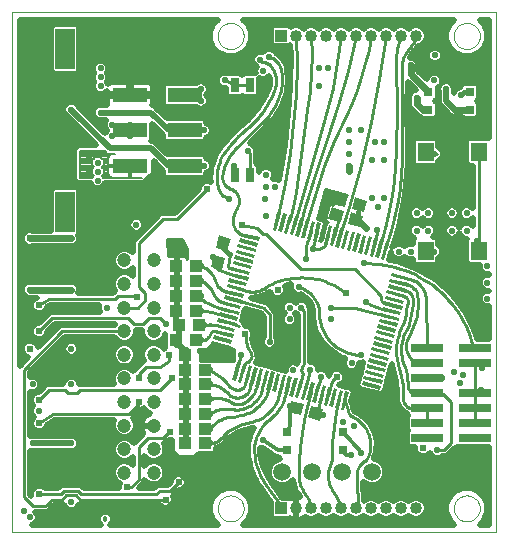
<source format=gtl>
G75*
G70*
%OFA0B0*%
%FSLAX24Y24*%
%IPPOS*%
%LPD*%
%AMOC8*
5,1,8,0,0,1.08239X$1,22.5*
%
%ADD10C,0.0000*%
%ADD11R,0.0118X0.0630*%
%ADD12R,0.0433X0.0394*%
%ADD13R,0.0551X0.0630*%
%ADD14R,0.0315X0.0315*%
%ADD15R,0.1100X0.0290*%
%ADD16C,0.0472*%
%ADD17R,0.0400X0.0400*%
%ADD18C,0.0400*%
%ADD19R,0.0299X0.0500*%
%ADD20R,0.1150X0.0500*%
%ADD21R,0.0650X0.1350*%
%ADD22C,0.0098*%
%ADD23C,0.0218*%
%ADD24C,0.0157*%
%ADD25C,0.0237*%
%ADD26C,0.0197*%
%ADD27C,0.0079*%
%ADD28C,0.0591*%
%ADD29C,0.0217*%
%ADD30C,0.0138*%
%ADD31C,0.0180*%
D10*
X000514Y000524D02*
X000514Y017847D01*
X016656Y017847D01*
X016656Y000524D01*
X000514Y000524D01*
X007364Y001311D02*
X007366Y001352D01*
X007372Y001393D01*
X007382Y001433D01*
X007395Y001472D01*
X007412Y001509D01*
X007433Y001545D01*
X007457Y001579D01*
X007484Y001610D01*
X007513Y001638D01*
X007546Y001664D01*
X007580Y001686D01*
X007617Y001705D01*
X007655Y001720D01*
X007695Y001732D01*
X007735Y001740D01*
X007776Y001744D01*
X007818Y001744D01*
X007859Y001740D01*
X007899Y001732D01*
X007939Y001720D01*
X007977Y001705D01*
X008013Y001686D01*
X008048Y001664D01*
X008081Y001638D01*
X008110Y001610D01*
X008137Y001579D01*
X008161Y001545D01*
X008182Y001509D01*
X008199Y001472D01*
X008212Y001433D01*
X008222Y001393D01*
X008228Y001352D01*
X008230Y001311D01*
X008228Y001270D01*
X008222Y001229D01*
X008212Y001189D01*
X008199Y001150D01*
X008182Y001113D01*
X008161Y001077D01*
X008137Y001043D01*
X008110Y001012D01*
X008081Y000984D01*
X008048Y000958D01*
X008014Y000936D01*
X007977Y000917D01*
X007939Y000902D01*
X007899Y000890D01*
X007859Y000882D01*
X007818Y000878D01*
X007776Y000878D01*
X007735Y000882D01*
X007695Y000890D01*
X007655Y000902D01*
X007617Y000917D01*
X007581Y000936D01*
X007546Y000958D01*
X007513Y000984D01*
X007484Y001012D01*
X007457Y001043D01*
X007433Y001077D01*
X007412Y001113D01*
X007395Y001150D01*
X007382Y001189D01*
X007372Y001229D01*
X007366Y001270D01*
X007364Y001311D01*
X015238Y001311D02*
X015240Y001352D01*
X015246Y001393D01*
X015256Y001433D01*
X015269Y001472D01*
X015286Y001509D01*
X015307Y001545D01*
X015331Y001579D01*
X015358Y001610D01*
X015387Y001638D01*
X015420Y001664D01*
X015454Y001686D01*
X015491Y001705D01*
X015529Y001720D01*
X015569Y001732D01*
X015609Y001740D01*
X015650Y001744D01*
X015692Y001744D01*
X015733Y001740D01*
X015773Y001732D01*
X015813Y001720D01*
X015851Y001705D01*
X015887Y001686D01*
X015922Y001664D01*
X015955Y001638D01*
X015984Y001610D01*
X016011Y001579D01*
X016035Y001545D01*
X016056Y001509D01*
X016073Y001472D01*
X016086Y001433D01*
X016096Y001393D01*
X016102Y001352D01*
X016104Y001311D01*
X016102Y001270D01*
X016096Y001229D01*
X016086Y001189D01*
X016073Y001150D01*
X016056Y001113D01*
X016035Y001077D01*
X016011Y001043D01*
X015984Y001012D01*
X015955Y000984D01*
X015922Y000958D01*
X015888Y000936D01*
X015851Y000917D01*
X015813Y000902D01*
X015773Y000890D01*
X015733Y000882D01*
X015692Y000878D01*
X015650Y000878D01*
X015609Y000882D01*
X015569Y000890D01*
X015529Y000902D01*
X015491Y000917D01*
X015455Y000936D01*
X015420Y000958D01*
X015387Y000984D01*
X015358Y001012D01*
X015331Y001043D01*
X015307Y001077D01*
X015286Y001113D01*
X015269Y001150D01*
X015256Y001189D01*
X015246Y001229D01*
X015240Y001270D01*
X015238Y001311D01*
X015238Y017060D02*
X015240Y017101D01*
X015246Y017142D01*
X015256Y017182D01*
X015269Y017221D01*
X015286Y017258D01*
X015307Y017294D01*
X015331Y017328D01*
X015358Y017359D01*
X015387Y017387D01*
X015420Y017413D01*
X015454Y017435D01*
X015491Y017454D01*
X015529Y017469D01*
X015569Y017481D01*
X015609Y017489D01*
X015650Y017493D01*
X015692Y017493D01*
X015733Y017489D01*
X015773Y017481D01*
X015813Y017469D01*
X015851Y017454D01*
X015887Y017435D01*
X015922Y017413D01*
X015955Y017387D01*
X015984Y017359D01*
X016011Y017328D01*
X016035Y017294D01*
X016056Y017258D01*
X016073Y017221D01*
X016086Y017182D01*
X016096Y017142D01*
X016102Y017101D01*
X016104Y017060D01*
X016102Y017019D01*
X016096Y016978D01*
X016086Y016938D01*
X016073Y016899D01*
X016056Y016862D01*
X016035Y016826D01*
X016011Y016792D01*
X015984Y016761D01*
X015955Y016733D01*
X015922Y016707D01*
X015888Y016685D01*
X015851Y016666D01*
X015813Y016651D01*
X015773Y016639D01*
X015733Y016631D01*
X015692Y016627D01*
X015650Y016627D01*
X015609Y016631D01*
X015569Y016639D01*
X015529Y016651D01*
X015491Y016666D01*
X015455Y016685D01*
X015420Y016707D01*
X015387Y016733D01*
X015358Y016761D01*
X015331Y016792D01*
X015307Y016826D01*
X015286Y016862D01*
X015269Y016899D01*
X015256Y016938D01*
X015246Y016978D01*
X015240Y017019D01*
X015238Y017060D01*
X007364Y017060D02*
X007366Y017101D01*
X007372Y017142D01*
X007382Y017182D01*
X007395Y017221D01*
X007412Y017258D01*
X007433Y017294D01*
X007457Y017328D01*
X007484Y017359D01*
X007513Y017387D01*
X007546Y017413D01*
X007580Y017435D01*
X007617Y017454D01*
X007655Y017469D01*
X007695Y017481D01*
X007735Y017489D01*
X007776Y017493D01*
X007818Y017493D01*
X007859Y017489D01*
X007899Y017481D01*
X007939Y017469D01*
X007977Y017454D01*
X008013Y017435D01*
X008048Y017413D01*
X008081Y017387D01*
X008110Y017359D01*
X008137Y017328D01*
X008161Y017294D01*
X008182Y017258D01*
X008199Y017221D01*
X008212Y017182D01*
X008222Y017142D01*
X008228Y017101D01*
X008230Y017060D01*
X008228Y017019D01*
X008222Y016978D01*
X008212Y016938D01*
X008199Y016899D01*
X008182Y016862D01*
X008161Y016826D01*
X008137Y016792D01*
X008110Y016761D01*
X008081Y016733D01*
X008048Y016707D01*
X008014Y016685D01*
X007977Y016666D01*
X007939Y016651D01*
X007899Y016639D01*
X007859Y016631D01*
X007818Y016627D01*
X007776Y016627D01*
X007735Y016631D01*
X007695Y016639D01*
X007655Y016651D01*
X007617Y016666D01*
X007581Y016685D01*
X007546Y016707D01*
X007513Y016733D01*
X007484Y016761D01*
X007457Y016792D01*
X007433Y016826D01*
X007412Y016862D01*
X007395Y016899D01*
X007382Y016938D01*
X007372Y016978D01*
X007366Y017019D01*
X007364Y017060D01*
D11*
G36*
X009359Y011202D02*
X009473Y011171D01*
X009311Y010564D01*
X009197Y010595D01*
X009359Y011202D01*
G37*
G36*
X009549Y011151D02*
X009663Y011120D01*
X009501Y010513D01*
X009387Y010544D01*
X009549Y011151D01*
G37*
G36*
X009739Y011100D02*
X009853Y011069D01*
X009691Y010462D01*
X009577Y010493D01*
X009739Y011100D01*
G37*
G36*
X009929Y011049D02*
X010043Y011018D01*
X009881Y010411D01*
X009767Y010442D01*
X009929Y011049D01*
G37*
G36*
X010119Y010998D02*
X010233Y010967D01*
X010071Y010360D01*
X009957Y010391D01*
X010119Y010998D01*
G37*
G36*
X010309Y010947D02*
X010423Y010916D01*
X010261Y010309D01*
X010147Y010340D01*
X010309Y010947D01*
G37*
G36*
X010500Y010896D02*
X010614Y010865D01*
X010452Y010258D01*
X010338Y010289D01*
X010500Y010896D01*
G37*
G36*
X010690Y010845D02*
X010804Y010814D01*
X010642Y010207D01*
X010528Y010238D01*
X010690Y010845D01*
G37*
G36*
X010880Y010794D02*
X010994Y010763D01*
X010832Y010156D01*
X010718Y010187D01*
X010880Y010794D01*
G37*
G36*
X011070Y010743D02*
X011184Y010712D01*
X011022Y010105D01*
X010908Y010136D01*
X011070Y010743D01*
G37*
G36*
X011260Y010692D02*
X011374Y010661D01*
X011212Y010054D01*
X011098Y010085D01*
X011260Y010692D01*
G37*
G36*
X011450Y010641D02*
X011564Y010610D01*
X011402Y010003D01*
X011288Y010034D01*
X011450Y010641D01*
G37*
G36*
X011640Y010590D02*
X011754Y010559D01*
X011592Y009952D01*
X011478Y009983D01*
X011640Y010590D01*
G37*
G36*
X011831Y010539D02*
X011945Y010508D01*
X011783Y009901D01*
X011669Y009932D01*
X011831Y010539D01*
G37*
G36*
X012021Y010488D02*
X012135Y010457D01*
X011973Y009850D01*
X011859Y009881D01*
X012021Y010488D01*
G37*
G36*
X012211Y010437D02*
X012325Y010406D01*
X012163Y009799D01*
X012049Y009830D01*
X012211Y010437D01*
G37*
G36*
X012401Y010386D02*
X012515Y010355D01*
X012353Y009748D01*
X012239Y009779D01*
X012401Y010386D01*
G37*
G36*
X012591Y010335D02*
X012705Y010304D01*
X012543Y009697D01*
X012429Y009728D01*
X012591Y010335D01*
G37*
G36*
X012781Y010284D02*
X012895Y010253D01*
X012733Y009646D01*
X012619Y009677D01*
X012781Y010284D01*
G37*
G36*
X012971Y010233D02*
X013085Y010202D01*
X012923Y009595D01*
X012809Y009626D01*
X012971Y010233D01*
G37*
G36*
X013781Y008998D02*
X013750Y008884D01*
X013143Y009046D01*
X013174Y009160D01*
X013781Y008998D01*
G37*
G36*
X013730Y008808D02*
X013699Y008694D01*
X013092Y008856D01*
X013123Y008970D01*
X013730Y008808D01*
G37*
G36*
X013680Y008618D02*
X013649Y008504D01*
X013042Y008666D01*
X013073Y008780D01*
X013680Y008618D01*
G37*
G36*
X013629Y008428D02*
X013598Y008314D01*
X012991Y008476D01*
X013022Y008590D01*
X013629Y008428D01*
G37*
G36*
X013578Y008238D02*
X013547Y008124D01*
X012940Y008286D01*
X012971Y008400D01*
X013578Y008238D01*
G37*
G36*
X013527Y008048D02*
X013496Y007934D01*
X012889Y008096D01*
X012920Y008210D01*
X013527Y008048D01*
G37*
G36*
X013476Y007858D02*
X013445Y007744D01*
X012838Y007906D01*
X012869Y008020D01*
X013476Y007858D01*
G37*
G36*
X013425Y007667D02*
X013394Y007553D01*
X012787Y007715D01*
X012818Y007829D01*
X013425Y007667D01*
G37*
G36*
X013374Y007477D02*
X013343Y007363D01*
X012736Y007525D01*
X012767Y007639D01*
X013374Y007477D01*
G37*
G36*
X013323Y007287D02*
X013292Y007173D01*
X012685Y007335D01*
X012716Y007449D01*
X013323Y007287D01*
G37*
G36*
X013272Y007097D02*
X013241Y006983D01*
X012634Y007145D01*
X012665Y007259D01*
X013272Y007097D01*
G37*
G36*
X013221Y006907D02*
X013190Y006793D01*
X012583Y006955D01*
X012614Y007069D01*
X013221Y006907D01*
G37*
G36*
X013170Y006717D02*
X013139Y006603D01*
X012532Y006765D01*
X012563Y006879D01*
X013170Y006717D01*
G37*
G36*
X013119Y006527D02*
X013088Y006413D01*
X012481Y006575D01*
X012512Y006689D01*
X013119Y006527D01*
G37*
G36*
X013068Y006336D02*
X013037Y006222D01*
X012430Y006384D01*
X012461Y006498D01*
X013068Y006336D01*
G37*
G36*
X013017Y006146D02*
X012986Y006032D01*
X012379Y006194D01*
X012410Y006308D01*
X013017Y006146D01*
G37*
G36*
X012966Y005956D02*
X012935Y005842D01*
X012328Y006004D01*
X012359Y006118D01*
X012966Y005956D01*
G37*
G36*
X012915Y005766D02*
X012884Y005652D01*
X012277Y005814D01*
X012308Y005928D01*
X012915Y005766D01*
G37*
G36*
X012864Y005576D02*
X012833Y005462D01*
X012226Y005624D01*
X012257Y005738D01*
X012864Y005576D01*
G37*
G36*
X012813Y005386D02*
X012782Y005272D01*
X012175Y005434D01*
X012206Y005548D01*
X012813Y005386D01*
G37*
G36*
X011578Y004576D02*
X011464Y004607D01*
X011626Y005214D01*
X011740Y005183D01*
X011578Y004576D01*
G37*
G36*
X011388Y004627D02*
X011274Y004658D01*
X011436Y005265D01*
X011550Y005234D01*
X011388Y004627D01*
G37*
G36*
X011198Y004678D02*
X011084Y004709D01*
X011246Y005316D01*
X011360Y005285D01*
X011198Y004678D01*
G37*
G36*
X011008Y004729D02*
X010894Y004760D01*
X011056Y005367D01*
X011170Y005336D01*
X011008Y004729D01*
G37*
G36*
X010818Y004780D02*
X010704Y004811D01*
X010866Y005418D01*
X010980Y005387D01*
X010818Y004780D01*
G37*
G36*
X010628Y004830D02*
X010514Y004861D01*
X010676Y005468D01*
X010790Y005437D01*
X010628Y004830D01*
G37*
G36*
X010437Y004881D02*
X010323Y004912D01*
X010485Y005519D01*
X010599Y005488D01*
X010437Y004881D01*
G37*
G36*
X010247Y004932D02*
X010133Y004963D01*
X010295Y005570D01*
X010409Y005539D01*
X010247Y004932D01*
G37*
G36*
X010057Y004983D02*
X009943Y005014D01*
X010105Y005621D01*
X010219Y005590D01*
X010057Y004983D01*
G37*
G36*
X009867Y005034D02*
X009753Y005065D01*
X009915Y005672D01*
X010029Y005641D01*
X009867Y005034D01*
G37*
G36*
X009677Y005085D02*
X009563Y005116D01*
X009725Y005723D01*
X009839Y005692D01*
X009677Y005085D01*
G37*
G36*
X009487Y005136D02*
X009373Y005167D01*
X009535Y005774D01*
X009649Y005743D01*
X009487Y005136D01*
G37*
G36*
X009297Y005187D02*
X009183Y005218D01*
X009345Y005825D01*
X009459Y005794D01*
X009297Y005187D01*
G37*
G36*
X009107Y005238D02*
X008993Y005269D01*
X009155Y005876D01*
X009269Y005845D01*
X009107Y005238D01*
G37*
G36*
X008916Y005289D02*
X008802Y005320D01*
X008964Y005927D01*
X009078Y005896D01*
X008916Y005289D01*
G37*
G36*
X008726Y005340D02*
X008612Y005371D01*
X008774Y005978D01*
X008888Y005947D01*
X008726Y005340D01*
G37*
G36*
X008536Y005391D02*
X008422Y005422D01*
X008584Y006029D01*
X008698Y005998D01*
X008536Y005391D01*
G37*
G36*
X008346Y005442D02*
X008232Y005473D01*
X008394Y006080D01*
X008508Y006049D01*
X008346Y005442D01*
G37*
G36*
X008156Y005493D02*
X008042Y005524D01*
X008204Y006131D01*
X008318Y006100D01*
X008156Y005493D01*
G37*
G36*
X007966Y005544D02*
X007852Y005575D01*
X008014Y006182D01*
X008128Y006151D01*
X007966Y005544D01*
G37*
G36*
X007156Y006779D02*
X007187Y006893D01*
X007794Y006731D01*
X007763Y006617D01*
X007156Y006779D01*
G37*
G36*
X007207Y006969D02*
X007238Y007083D01*
X007845Y006921D01*
X007814Y006807D01*
X007207Y006969D01*
G37*
G36*
X007258Y007159D02*
X007289Y007273D01*
X007896Y007111D01*
X007865Y006997D01*
X007258Y007159D01*
G37*
G36*
X007308Y007349D02*
X007339Y007463D01*
X007946Y007301D01*
X007915Y007187D01*
X007308Y007349D01*
G37*
G36*
X007359Y007539D02*
X007390Y007653D01*
X007997Y007491D01*
X007966Y007377D01*
X007359Y007539D01*
G37*
G36*
X007410Y007729D02*
X007441Y007843D01*
X008048Y007681D01*
X008017Y007567D01*
X007410Y007729D01*
G37*
G36*
X007461Y007920D02*
X007492Y008034D01*
X008099Y007872D01*
X008068Y007758D01*
X007461Y007920D01*
G37*
G36*
X007512Y008110D02*
X007543Y008224D01*
X008150Y008062D01*
X008119Y007948D01*
X007512Y008110D01*
G37*
G36*
X007563Y008300D02*
X007594Y008414D01*
X008201Y008252D01*
X008170Y008138D01*
X007563Y008300D01*
G37*
G36*
X007614Y008490D02*
X007645Y008604D01*
X008252Y008442D01*
X008221Y008328D01*
X007614Y008490D01*
G37*
G36*
X007665Y008680D02*
X007696Y008794D01*
X008303Y008632D01*
X008272Y008518D01*
X007665Y008680D01*
G37*
G36*
X007716Y008870D02*
X007747Y008984D01*
X008354Y008822D01*
X008323Y008708D01*
X007716Y008870D01*
G37*
G36*
X007767Y009060D02*
X007798Y009174D01*
X008405Y009012D01*
X008374Y008898D01*
X007767Y009060D01*
G37*
G36*
X007818Y009251D02*
X007849Y009365D01*
X008456Y009203D01*
X008425Y009089D01*
X007818Y009251D01*
G37*
G36*
X007869Y009441D02*
X007900Y009555D01*
X008507Y009393D01*
X008476Y009279D01*
X007869Y009441D01*
G37*
G36*
X007920Y009631D02*
X007951Y009745D01*
X008558Y009583D01*
X008527Y009469D01*
X007920Y009631D01*
G37*
G36*
X007971Y009821D02*
X008002Y009935D01*
X008609Y009773D01*
X008578Y009659D01*
X007971Y009821D01*
G37*
G36*
X008022Y010011D02*
X008053Y010125D01*
X008660Y009963D01*
X008629Y009849D01*
X008022Y010011D01*
G37*
G36*
X008073Y010201D02*
X008104Y010315D01*
X008711Y010153D01*
X008680Y010039D01*
X008073Y010201D01*
G37*
G36*
X008124Y010391D02*
X008155Y010505D01*
X008762Y010343D01*
X008731Y010229D01*
X008124Y010391D01*
G37*
D12*
G36*
X007307Y009993D02*
X007419Y010409D01*
X007799Y010307D01*
X007687Y009891D01*
X007307Y009993D01*
G37*
G36*
X007134Y009346D02*
X007246Y009762D01*
X007626Y009660D01*
X007514Y009244D01*
X007134Y009346D01*
G37*
X006656Y009382D03*
X006656Y008890D03*
X006656Y008398D03*
X006656Y007906D03*
X006754Y007414D03*
X006656Y006922D03*
X006951Y006430D03*
X006951Y005937D03*
X006951Y005445D03*
X006951Y004953D03*
X006951Y004461D03*
X006951Y003969D03*
X006951Y003477D03*
X006282Y003477D03*
X006282Y003969D03*
X006282Y004461D03*
X006282Y004953D03*
X006282Y005445D03*
X006282Y005937D03*
X006282Y006430D03*
X005986Y006922D03*
X006085Y007414D03*
X005986Y007906D03*
X005986Y008398D03*
X005986Y008890D03*
X005986Y009382D03*
G36*
X009822Y004902D02*
X010238Y004790D01*
X010136Y004410D01*
X009720Y004522D01*
X009822Y004902D01*
G37*
G36*
X010468Y004729D02*
X010884Y004617D01*
X010782Y004237D01*
X010366Y004349D01*
X010468Y004729D01*
G37*
G36*
X012122Y010683D02*
X011706Y010795D01*
X011808Y011175D01*
X012224Y011063D01*
X012122Y010683D01*
G37*
G36*
X012255Y011186D02*
X011839Y011298D01*
X011941Y011678D01*
X012357Y011566D01*
X012255Y011186D01*
G37*
G36*
X011609Y011359D02*
X011193Y011471D01*
X011295Y011851D01*
X011711Y011739D01*
X011609Y011359D01*
G37*
G36*
X011476Y010856D02*
X011060Y010968D01*
X011162Y011348D01*
X011578Y011236D01*
X011476Y010856D01*
G37*
D13*
X014294Y009894D03*
X016065Y009894D03*
X016065Y013201D03*
X014294Y013201D03*
D14*
X014392Y014599D03*
X014392Y015189D03*
X015770Y015189D03*
X015770Y014599D03*
X011538Y003851D03*
X011538Y003260D03*
X009668Y003260D03*
X009668Y003851D03*
D15*
X014360Y003650D03*
X014360Y004150D03*
X014360Y004650D03*
X014360Y005150D03*
X014360Y005650D03*
X014360Y006150D03*
X014360Y006650D03*
X015960Y006650D03*
X015960Y006150D03*
X015960Y005150D03*
X015960Y004650D03*
X015960Y004150D03*
X015960Y003650D03*
D16*
X005238Y003280D03*
X005238Y002493D03*
X004254Y002493D03*
X004254Y003280D03*
X004254Y004067D03*
X004254Y004855D03*
X004254Y005642D03*
X004254Y006430D03*
X004254Y007217D03*
X004254Y008004D03*
X004254Y008792D03*
X004254Y009579D03*
X005238Y009579D03*
X005238Y008792D03*
X005238Y008004D03*
X005238Y007217D03*
X005238Y006430D03*
X005238Y005642D03*
X005238Y004855D03*
X005238Y004067D03*
D17*
X009484Y001311D03*
X009484Y017060D03*
D18*
X009984Y017060D03*
X010484Y017060D03*
X010984Y017060D03*
X011484Y017060D03*
X011984Y017060D03*
X012484Y017060D03*
X012984Y017060D03*
X013484Y017060D03*
X013984Y017060D03*
X013984Y001311D03*
X013484Y001311D03*
X012984Y001311D03*
X012484Y001311D03*
X011984Y001311D03*
X011484Y001311D03*
X010984Y001311D03*
X010484Y001311D03*
X009984Y001311D03*
D19*
X008441Y012410D03*
X007941Y012410D03*
X007941Y015410D03*
X008441Y015410D03*
D20*
X006262Y015091D03*
X006262Y013910D03*
X006262Y012729D03*
X004439Y012729D03*
X004439Y013910D03*
X004439Y015091D03*
D21*
X002286Y016620D03*
X002286Y011200D03*
D22*
X013053Y010249D02*
X013179Y010679D01*
X013284Y011114D01*
X013370Y011554D01*
X013435Y011998D01*
X013479Y012444D01*
X013503Y012891D01*
X013506Y013339D01*
X014294Y013201D02*
X014687Y013123D01*
X014589Y013123D01*
X016065Y013201D02*
X016065Y009894D01*
X016026Y009934D01*
X016026Y010209D01*
X014589Y009874D02*
X014294Y009894D01*
X013782Y008949D02*
X013462Y009022D01*
X013411Y008832D02*
X013723Y008752D01*
X013664Y008556D02*
X013361Y008642D01*
X013310Y008452D02*
X013585Y008378D01*
X013723Y008753D02*
X013759Y008741D01*
X013794Y008727D01*
X013827Y008709D01*
X013859Y008688D01*
X013888Y008664D01*
X013915Y008637D01*
X013939Y008608D01*
X013961Y008577D01*
X013979Y008544D01*
X013994Y008509D01*
X014006Y008473D01*
X014014Y008436D01*
X014018Y008398D01*
X014293Y008398D02*
X014284Y008447D01*
X014271Y008495D01*
X014254Y008542D01*
X014234Y008588D01*
X014211Y008632D01*
X014184Y008674D01*
X014155Y008714D01*
X014122Y008752D01*
X014087Y008788D01*
X014049Y008820D01*
X014009Y008850D01*
X013967Y008876D01*
X013922Y008900D01*
X013877Y008920D01*
X013830Y008936D01*
X013781Y008949D01*
X013664Y008556D02*
X013695Y008545D01*
X013724Y008530D01*
X013751Y008512D01*
X013776Y008492D01*
X013799Y008468D01*
X013818Y008442D01*
X013834Y008413D01*
X013847Y008383D01*
X013856Y008352D01*
X013861Y008319D01*
X013703Y008182D02*
X013706Y008204D01*
X013707Y008227D01*
X013704Y008250D01*
X013698Y008273D01*
X013689Y008294D01*
X013677Y008314D01*
X013663Y008331D01*
X013646Y008347D01*
X013627Y008360D01*
X013606Y008371D01*
X013585Y008378D01*
X013208Y008072D02*
X012955Y008142D01*
X012837Y008182D01*
X012817Y008280D01*
X012817Y008398D01*
X011931Y009284D01*
X010160Y009284D01*
X008979Y010465D01*
X008880Y010465D01*
X008683Y010662D01*
X008191Y010760D01*
X007876Y010937D02*
X007873Y010894D01*
X007874Y010851D01*
X007878Y010808D01*
X007887Y010766D01*
X007899Y010724D01*
X007915Y010684D01*
X007934Y010645D01*
X007957Y010609D01*
X007983Y010574D01*
X008012Y010542D01*
X008043Y010513D01*
X008078Y010486D01*
X008114Y010463D01*
X008152Y010443D01*
X008192Y010427D01*
X008234Y010414D01*
X008276Y010405D01*
X008319Y010400D01*
X008318Y010401D02*
X008152Y010445D01*
X008318Y010401D02*
X008443Y010367D01*
X007876Y010938D02*
X007880Y010987D01*
X007887Y011036D01*
X007897Y011085D01*
X007910Y011133D01*
X007927Y011179D01*
X007946Y011225D01*
X007969Y011269D01*
X007994Y011312D01*
X008016Y011344D01*
X008035Y011379D01*
X008051Y011414D01*
X008063Y011452D01*
X008072Y011490D01*
X008077Y011529D01*
X008078Y011568D01*
X008076Y011607D01*
X008070Y011645D01*
X008060Y011683D01*
X008047Y011720D01*
X008031Y011756D01*
X008011Y011789D01*
X007989Y011821D01*
X007963Y011851D01*
X007935Y011878D01*
X007904Y011902D01*
X007871Y011924D01*
X007837Y011942D01*
X007758Y011626D02*
X007714Y011642D01*
X007671Y011661D01*
X007629Y011684D01*
X007590Y011710D01*
X007553Y011739D01*
X007518Y011772D01*
X007487Y011807D01*
X007458Y011844D01*
X007432Y011884D01*
X007410Y011925D01*
X007391Y011969D01*
X007376Y012013D01*
X007364Y012059D01*
X007010Y011941D02*
X006026Y010957D01*
X005534Y010957D01*
X004727Y010150D01*
X004727Y008693D01*
X004943Y008477D01*
X004943Y008241D01*
X004707Y008004D01*
X004254Y008004D01*
X004372Y007650D02*
X001853Y007650D01*
X001420Y007217D01*
X002187Y007217D02*
X004254Y007217D01*
X004569Y007453D02*
X004372Y007650D01*
X004569Y007453D02*
X004884Y007453D01*
X005081Y007650D01*
X005435Y007650D01*
X005632Y007453D01*
X005937Y007955D02*
X005937Y008052D01*
X005937Y008349D01*
X006036Y008349D01*
X006036Y008052D01*
X006036Y007955D01*
X005937Y007955D01*
X005937Y007991D02*
X006036Y007991D01*
X006036Y008088D02*
X005937Y008088D01*
X005937Y008185D02*
X006036Y008185D01*
X006036Y008282D02*
X005937Y008282D01*
X005937Y008447D02*
X005937Y008744D01*
X005937Y008841D01*
X006036Y008841D01*
X006036Y008744D01*
X006036Y008447D01*
X005937Y008447D01*
X005937Y008476D02*
X006036Y008476D01*
X006036Y008572D02*
X005937Y008572D01*
X005937Y008669D02*
X006036Y008669D01*
X006036Y008766D02*
X005937Y008766D01*
X005937Y008940D02*
X005937Y009036D01*
X005937Y009333D01*
X006036Y009333D01*
X006036Y009036D01*
X006036Y008940D01*
X005937Y008940D01*
X005937Y008960D02*
X006036Y008960D01*
X006036Y009057D02*
X005937Y009057D01*
X005937Y009154D02*
X006036Y009154D01*
X006036Y009251D02*
X005937Y009251D01*
X005937Y009432D02*
X005937Y009728D01*
X005750Y009728D01*
X005719Y009720D01*
X005691Y010288D01*
X006183Y010288D01*
X006360Y009953D01*
X006356Y009637D01*
X006345Y009625D01*
X006342Y009637D01*
X006322Y009671D01*
X006295Y009699D01*
X006261Y009718D01*
X006223Y009728D01*
X006036Y009728D01*
X006036Y009432D01*
X005937Y009432D01*
X005937Y009445D02*
X006036Y009445D01*
X006036Y009542D02*
X005937Y009542D01*
X005937Y009639D02*
X006036Y009639D01*
X006341Y009639D02*
X006356Y009639D01*
X006358Y009736D02*
X005718Y009736D01*
X005713Y009833D02*
X006359Y009833D01*
X006360Y009930D02*
X005709Y009930D01*
X005704Y010027D02*
X006321Y010027D01*
X006270Y010124D02*
X005699Y010124D01*
X005694Y010221D02*
X006219Y010221D01*
X007207Y009678D02*
X007227Y009422D01*
X007404Y009245D02*
X008086Y009036D01*
X008137Y009227D02*
X007758Y009323D01*
X007719Y009343D01*
X007793Y009787D01*
X007797Y009815D01*
X006813Y008300D02*
X006882Y008249D01*
X006953Y008201D01*
X007027Y008157D01*
X007102Y008116D01*
X007179Y008078D01*
X007258Y008045D01*
X007338Y008014D01*
X007419Y007988D01*
X007502Y007965D01*
X007780Y007896D01*
X007831Y008086D02*
X007561Y008162D01*
X007286Y007827D02*
X007729Y007705D01*
X007678Y007515D02*
X008073Y007394D01*
X007627Y007325D02*
X007305Y007414D01*
X007305Y007217D02*
X007577Y007135D01*
X007305Y007217D02*
X007281Y007222D01*
X007256Y007224D01*
X007231Y007222D01*
X007207Y007217D01*
X007188Y007209D01*
X007170Y007199D01*
X007154Y007187D01*
X007139Y007172D01*
X007127Y007156D01*
X007117Y007138D01*
X007109Y007119D01*
X007207Y006823D02*
X007896Y006626D01*
X007896Y006233D01*
X007209Y006233D01*
X007209Y006234D01*
X006765Y006234D01*
X006765Y006491D01*
X006715Y006541D01*
X006715Y006626D01*
X006913Y006626D01*
X006914Y006626D01*
X007010Y006626D01*
X007207Y006823D01*
X007114Y006730D02*
X007533Y006730D01*
X007798Y004362D02*
X007898Y004374D01*
X007997Y004389D01*
X008096Y004409D01*
X008194Y004433D01*
X008290Y004461D01*
X008290Y004855D02*
X008256Y004834D01*
X008220Y004816D01*
X008182Y004801D01*
X008144Y004790D01*
X008104Y004783D01*
X008064Y004779D01*
X008024Y004779D01*
X007984Y004783D01*
X007944Y004790D01*
X007906Y004801D01*
X007868Y004816D01*
X007832Y004834D01*
X007798Y004855D01*
X007857Y004619D02*
X007905Y004610D01*
X007954Y004605D01*
X008003Y004603D01*
X008052Y004604D01*
X008100Y004609D01*
X008149Y004616D01*
X008197Y004627D01*
X008244Y004641D01*
X008289Y004658D01*
X008447Y005347D02*
X008560Y005710D01*
X008370Y005761D02*
X008290Y005445D01*
X009608Y005052D02*
X009587Y004980D01*
X009563Y004910D01*
X009535Y004841D01*
X009503Y004774D01*
X009468Y004708D01*
X009430Y004644D01*
X009388Y004583D01*
X009343Y004523D01*
X009296Y004466D01*
X009245Y004412D01*
X009191Y004360D01*
X009135Y004311D01*
X009077Y004265D01*
X009412Y005091D02*
X009511Y005455D01*
X009701Y005404D02*
X009609Y005052D01*
X010081Y005302D02*
X010219Y005819D01*
X010160Y005878D01*
X010160Y005937D01*
X010219Y006095D01*
X010258Y006134D01*
X010258Y007906D01*
X010160Y008004D01*
X010750Y007808D02*
X010748Y007868D01*
X010742Y007928D01*
X010732Y007988D01*
X010718Y008047D01*
X010701Y008105D01*
X010679Y008161D01*
X010654Y008216D01*
X010625Y008269D01*
X010593Y008320D01*
X010557Y008369D01*
X010519Y008416D01*
X010477Y008459D01*
X010433Y008500D01*
X010386Y008538D01*
X010336Y008573D01*
X010285Y008604D01*
X010231Y008632D01*
X010176Y008656D01*
X010119Y008677D01*
X010061Y008694D01*
X013703Y006981D02*
X013780Y007135D01*
X013852Y007291D01*
X013918Y007450D01*
X013978Y007611D01*
X013743Y007453D02*
X013729Y007406D01*
X013711Y007361D01*
X013689Y007317D01*
X013664Y007275D01*
X013636Y007235D01*
X013605Y007197D01*
X013106Y007691D02*
X011931Y008004D01*
X011144Y008004D01*
X013979Y007611D02*
X013998Y007708D01*
X014014Y007806D01*
X014025Y007904D01*
X014032Y008003D01*
X014035Y008102D01*
X014034Y008201D01*
X014028Y008300D01*
X014018Y008398D01*
X013157Y007882D02*
X012857Y007965D01*
X012463Y008103D01*
X012325Y008201D01*
X013644Y007827D02*
X013635Y007759D01*
X013623Y007691D01*
X013607Y007624D01*
X013588Y007558D01*
X013565Y007493D01*
X013861Y008123D02*
X013865Y008172D01*
X013866Y008221D01*
X013865Y008270D01*
X013861Y008319D01*
X013703Y006981D02*
X013685Y006937D01*
X013670Y006891D01*
X013659Y006844D01*
X013651Y006797D01*
X013647Y006749D01*
X013646Y006701D01*
X013649Y006653D01*
X013655Y006605D01*
X013665Y006558D01*
X013679Y006512D01*
X013695Y006467D01*
X013715Y006423D01*
X013739Y006381D01*
X013765Y006341D01*
X013794Y006303D01*
X013826Y006267D01*
X013861Y006233D01*
X013892Y006206D01*
X013926Y006183D01*
X013962Y006163D01*
X013999Y006146D01*
X014038Y006132D01*
X014078Y006122D01*
X014119Y006115D01*
X014160Y006112D01*
X014201Y006113D01*
X014241Y006117D01*
X014282Y006124D01*
X014321Y006135D01*
X014360Y006150D01*
X013605Y006036D02*
X013579Y006092D01*
X013556Y006149D01*
X013536Y006207D01*
X013520Y006266D01*
X013507Y006326D01*
X013497Y006386D01*
X013490Y006447D01*
X013487Y006509D01*
X013605Y006036D02*
X013622Y005992D01*
X013636Y005947D01*
X013647Y005901D01*
X013656Y005855D01*
X013661Y005808D01*
X013664Y005760D01*
X013782Y004658D02*
X013845Y004643D01*
X013909Y004631D01*
X013973Y004623D01*
X014038Y004618D01*
X014103Y004617D01*
X014168Y004620D01*
X014232Y004626D01*
X014297Y004637D01*
X014360Y004651D01*
X014360Y004650D02*
X014360Y004150D01*
X013782Y004658D02*
X013748Y004669D01*
X013716Y004684D01*
X013686Y004702D01*
X013658Y004724D01*
X013632Y004748D01*
X013610Y004775D01*
X013590Y004805D01*
X013574Y004836D01*
X013561Y004869D01*
X013552Y004903D01*
X013547Y004938D01*
X013545Y004973D01*
X013703Y005366D02*
X013708Y005336D01*
X013716Y005307D01*
X013728Y005278D01*
X013744Y005252D01*
X013762Y005227D01*
X013783Y005204D01*
X013806Y005184D01*
X013831Y005167D01*
X013859Y005153D01*
X013887Y005142D01*
X013917Y005135D01*
X013948Y005131D01*
X013978Y005130D01*
X014360Y005150D02*
X014379Y005130D01*
X014884Y005130D01*
X015160Y004855D01*
X015160Y003477D01*
X014923Y003241D01*
X014687Y003241D01*
X015514Y004146D02*
X015799Y004146D01*
X015839Y004107D01*
X015960Y004150D02*
X015960Y004650D01*
X015960Y005150D01*
X016144Y005249D01*
X015960Y005150D02*
X015960Y006150D01*
X015960Y006650D02*
X015943Y006653D01*
X015926Y006660D01*
X015910Y006669D01*
X015897Y006680D01*
X015885Y006693D01*
X015875Y006708D01*
X015868Y006725D01*
X013565Y007493D02*
X013524Y007418D01*
X013486Y007340D01*
X013451Y007261D01*
X013421Y007181D01*
X013394Y007099D01*
X013371Y007016D01*
X013352Y006932D01*
X013337Y006847D01*
X013326Y006762D01*
X013319Y006676D01*
X013316Y006590D01*
X013317Y006504D01*
X013322Y006418D01*
X013332Y006332D01*
X013345Y006247D01*
X013362Y006163D01*
X013383Y006079D01*
X013408Y005997D01*
X014360Y005650D02*
X014845Y005642D01*
X013487Y006508D02*
X013485Y006587D01*
X013487Y006665D01*
X013493Y006743D01*
X013502Y006821D01*
X013515Y006898D01*
X013532Y006974D01*
X013553Y007050D01*
X013577Y007124D01*
X013605Y007197D01*
X015868Y006725D02*
X015821Y006895D01*
X015765Y007062D01*
X015702Y007226D01*
X015630Y007387D01*
X015551Y007545D01*
X015465Y007698D01*
X015371Y007847D01*
X015270Y007992D01*
X015162Y008131D01*
X015048Y008265D01*
X014928Y008393D01*
X014801Y008516D01*
X014668Y008632D01*
X014531Y008742D01*
X014388Y008844D01*
X014240Y008940D01*
X014088Y009029D01*
X013931Y009110D01*
X013771Y009184D01*
X013608Y009249D01*
X013442Y009307D01*
X013273Y009357D01*
X013101Y009399D01*
X012928Y009432D01*
X012754Y009457D01*
X012579Y009473D01*
X012403Y009481D01*
X012227Y009481D01*
X012567Y010016D02*
X012640Y010327D01*
X012857Y010308D02*
X012757Y009965D01*
X012947Y009914D02*
X013053Y010249D01*
X011426Y010322D02*
X011734Y011351D01*
X011577Y011675D02*
X010873Y011675D01*
X010845Y011579D02*
X011410Y011579D01*
X011360Y011666D02*
X011006Y011626D01*
X010829Y011134D01*
X010947Y010780D01*
X010856Y010475D01*
X010826Y010512D02*
X010906Y010512D01*
X010932Y010609D02*
X010852Y010609D01*
X010878Y010706D02*
X010958Y010706D01*
X010984Y010803D02*
X010904Y010803D01*
X010911Y010829D02*
X010870Y010900D01*
X010984Y010900D01*
X010993Y010883D02*
X011048Y010868D01*
X011040Y010841D01*
X010985Y010809D01*
X010837Y010256D01*
X010762Y010275D01*
X010911Y010829D01*
X010870Y010900D02*
X010679Y010951D01*
X010672Y010953D01*
X010671Y010957D01*
X010947Y011941D01*
X011693Y011745D01*
X011692Y011743D01*
X011223Y011469D01*
X011213Y011437D01*
X011146Y011455D01*
X011075Y011414D01*
X010952Y010954D01*
X010993Y010883D01*
X010964Y010997D02*
X010683Y010997D01*
X010679Y010951D02*
X010679Y010951D01*
X010710Y011094D02*
X010989Y011094D01*
X011015Y011191D02*
X010737Y011191D01*
X010764Y011288D02*
X011041Y011288D01*
X011067Y011385D02*
X010791Y011385D01*
X010818Y011482D02*
X011244Y011482D01*
X011319Y011102D02*
X011345Y011049D01*
X011400Y010977D01*
X011236Y010373D01*
X011046Y010424D02*
X010947Y010071D01*
X010750Y009973D01*
X010553Y009973D01*
X010534Y010032D01*
X010666Y010526D01*
X010800Y010415D02*
X010880Y010415D01*
X010854Y010318D02*
X010774Y010318D01*
X012639Y010327D02*
X012654Y010395D01*
X012665Y010464D01*
X012673Y010533D01*
X012679Y010603D01*
X011589Y011772D02*
X010900Y011772D01*
X010927Y011869D02*
X011221Y011869D01*
X011439Y011115D02*
X011345Y011049D01*
X008309Y013950D02*
X008176Y013840D01*
X008049Y013723D01*
X007927Y013601D01*
X007812Y013473D01*
X007703Y013340D01*
X007600Y013202D01*
X007916Y013241D02*
X008939Y014264D01*
X008388Y013221D02*
X008441Y013168D01*
X008441Y012410D01*
X007365Y012059D02*
X007351Y012133D01*
X007342Y012207D01*
X007336Y012282D01*
X007334Y012357D01*
X007336Y012432D01*
X007342Y012507D01*
X007351Y012581D01*
X007364Y012655D01*
X007381Y012728D01*
X007402Y012800D01*
X007427Y012870D01*
X007455Y012940D01*
X007486Y013008D01*
X007521Y013074D01*
X007559Y013139D01*
X007601Y013201D01*
X007896Y012729D02*
X007941Y012684D01*
X007941Y012410D01*
X007522Y012336D02*
X007525Y012297D01*
X007532Y012260D01*
X007543Y012223D01*
X007556Y012187D01*
X007573Y012152D01*
X007593Y012119D01*
X007616Y012088D01*
X007641Y012059D01*
X007669Y012033D01*
X007699Y012009D01*
X007731Y011988D01*
X007765Y011969D01*
X007800Y011954D01*
X007836Y011942D01*
X007522Y012335D02*
X007526Y012407D01*
X007535Y012479D01*
X007547Y012550D01*
X007563Y012620D01*
X007582Y012690D01*
X007606Y012758D01*
X007633Y012825D01*
X007663Y012891D01*
X007697Y012954D01*
X007735Y013016D01*
X007775Y013076D01*
X007819Y013133D01*
X007866Y013188D01*
X007916Y013240D01*
X009963Y011843D02*
X009947Y011683D01*
X009923Y011523D01*
X009891Y011365D01*
X009852Y011209D01*
X009806Y011055D01*
X009805Y011056D02*
X009715Y010781D01*
X009905Y010730D02*
X010002Y011075D01*
X010258Y011252D02*
X010095Y010679D01*
X010285Y010628D02*
X010376Y010977D01*
X009963Y011843D02*
X010357Y014599D01*
X009490Y015878D02*
X009483Y015923D01*
X009472Y015967D01*
X009458Y016010D01*
X009440Y016052D01*
X009420Y016092D01*
X009396Y016131D01*
X009370Y016167D01*
X009341Y016202D01*
X009309Y016234D01*
X009275Y016264D01*
X009239Y016291D01*
X009201Y016316D01*
X009161Y016337D01*
X009120Y016355D01*
X009077Y016370D01*
X008860Y016194D02*
X008843Y016197D01*
X008828Y016204D01*
X008813Y016213D01*
X008801Y016225D01*
X008792Y016240D01*
X008785Y016255D01*
X008782Y016272D01*
X008860Y016193D02*
X008898Y016187D01*
X008936Y016178D01*
X008972Y016165D01*
X009007Y016150D01*
X009040Y016131D01*
X009072Y016109D01*
X009102Y016084D01*
X009129Y016057D01*
X009154Y016028D01*
X009176Y015996D01*
X009204Y015948D01*
X009229Y015899D01*
X009250Y015848D01*
X009269Y015795D01*
X009283Y015741D01*
X009295Y015687D01*
X009302Y015632D01*
X009306Y015576D01*
X009307Y015521D01*
X009303Y015465D01*
X009296Y015410D01*
X009286Y015355D01*
X009272Y015302D01*
X009254Y015249D01*
X008441Y015410D02*
X007941Y015410D01*
X007601Y015583D01*
X008939Y014265D02*
X009003Y014332D01*
X009064Y014402D01*
X009122Y014475D01*
X009175Y014551D01*
X009225Y014630D01*
X009272Y014710D01*
X009314Y014793D01*
X009352Y014878D01*
X009387Y014964D01*
X009417Y015052D01*
X009442Y015141D01*
X009464Y015232D01*
X009481Y015323D01*
X009494Y015415D01*
X009502Y015508D01*
X009506Y015600D01*
X009505Y015693D01*
X009500Y015786D01*
X009490Y015879D01*
X006813Y014894D02*
X006262Y015091D01*
X008309Y013949D02*
X008413Y014036D01*
X008514Y014127D01*
X008610Y014222D01*
X008702Y014322D01*
X008789Y014426D01*
X008871Y014534D01*
X008948Y014645D01*
X009020Y014760D01*
X009087Y014878D01*
X009148Y014999D01*
X009204Y015122D01*
X009254Y015248D01*
X009412Y011213D02*
X009335Y010883D01*
X010476Y010577D02*
X010465Y010522D01*
X010452Y010467D01*
X010436Y010413D01*
X010417Y010360D01*
X010396Y010308D01*
X010297Y009835D02*
X010297Y009638D01*
X013861Y008122D02*
X013841Y007953D01*
X013814Y007785D01*
X013782Y007618D01*
X013742Y007453D01*
X012128Y006430D02*
X012056Y006432D01*
X011984Y006438D01*
X011912Y006447D01*
X011841Y006460D01*
X011771Y006477D01*
X011702Y006497D01*
X011634Y006522D01*
X011568Y006549D01*
X011502Y006580D01*
X011439Y006615D01*
X011377Y006652D01*
X011318Y006693D01*
X011261Y006737D01*
X011206Y006784D01*
X011154Y006834D01*
X011104Y006886D01*
X011057Y006941D01*
X011013Y006998D01*
X010972Y007057D01*
X010935Y007119D01*
X010900Y007182D01*
X010869Y007248D01*
X010842Y007314D01*
X010817Y007382D01*
X010797Y007451D01*
X010780Y007521D01*
X010767Y007592D01*
X010758Y007664D01*
X010752Y007736D01*
X010750Y007808D01*
X008291Y007119D02*
X008294Y007053D01*
X008301Y006987D01*
X008311Y006922D01*
X008324Y006857D01*
X008340Y006793D01*
X008360Y006730D01*
X008382Y006668D01*
X008408Y006607D01*
X008436Y006547D01*
X008468Y006489D01*
X008467Y006489D02*
X008479Y006464D01*
X008488Y006437D01*
X008493Y006409D01*
X008494Y006381D01*
X008491Y006353D01*
X008484Y006326D01*
X008474Y006300D01*
X008460Y006275D01*
X008443Y006253D01*
X008423Y006233D01*
X008400Y006217D01*
X008375Y006203D01*
X008349Y006193D01*
X008270Y006115D02*
X008180Y005812D01*
X007876Y005308D02*
X007830Y005336D01*
X007785Y005367D01*
X007743Y005401D01*
X007703Y005437D01*
X007666Y005477D01*
X007632Y005519D01*
X007601Y005564D01*
X008289Y004855D02*
X008337Y004889D01*
X008382Y004927D01*
X008425Y004967D01*
X008465Y005010D01*
X008503Y005055D01*
X008538Y005102D01*
X008569Y005152D01*
X008598Y005203D01*
X008623Y005256D01*
X008645Y005311D01*
X008663Y005366D01*
X008664Y005367D02*
X008750Y005659D01*
X008940Y005608D02*
X008860Y005308D01*
X009038Y005229D02*
X009131Y005557D01*
X008349Y006193D02*
X008331Y006186D01*
X008314Y006176D01*
X008299Y006164D01*
X008287Y006149D01*
X008277Y006132D01*
X008270Y006114D01*
X008152Y006410D02*
X007990Y005863D01*
X008289Y005445D02*
X008275Y005416D01*
X008257Y005388D01*
X008237Y005362D01*
X008213Y005339D01*
X008187Y005319D01*
X008159Y005301D01*
X008130Y005287D01*
X008098Y005277D01*
X008066Y005270D01*
X008033Y005267D01*
X008000Y005268D01*
X007968Y005272D01*
X007936Y005280D01*
X007905Y005292D01*
X007876Y005307D01*
X007699Y005150D02*
X007727Y005122D01*
X007757Y005096D01*
X007790Y005073D01*
X007824Y005053D01*
X007861Y005036D01*
X007898Y005023D01*
X007937Y005013D01*
X007976Y005007D01*
X008016Y005004D01*
X008056Y005005D01*
X008095Y005010D01*
X008134Y005018D01*
X008172Y005030D01*
X008209Y005046D01*
X008244Y005064D01*
X008278Y005086D01*
X008309Y005111D01*
X008338Y005138D01*
X008364Y005168D01*
X008387Y005201D01*
X008407Y005235D01*
X008424Y005271D01*
X008438Y005309D01*
X008448Y005347D01*
X009411Y005091D02*
X009391Y005025D01*
X009367Y004960D01*
X009340Y004896D01*
X009310Y004833D01*
X009276Y004773D01*
X009239Y004714D01*
X009199Y004658D01*
X009155Y004604D01*
X009109Y004552D01*
X009060Y004502D01*
X009009Y004456D01*
X008955Y004412D01*
X008899Y004372D01*
X008840Y004334D01*
X008780Y004300D01*
X008718Y004269D01*
X008654Y004241D01*
X008589Y004217D01*
X008523Y004196D01*
X008456Y004180D01*
X008388Y004166D01*
X007798Y004363D02*
X007740Y004356D01*
X007682Y004345D01*
X007626Y004331D01*
X007570Y004313D01*
X007515Y004292D01*
X007462Y004268D01*
X007411Y004241D01*
X007361Y004210D01*
X007313Y004177D01*
X007267Y004140D01*
X007224Y004101D01*
X007183Y004059D01*
X007144Y004015D01*
X007109Y003969D01*
X007502Y003674D02*
X007471Y003641D01*
X007438Y003611D01*
X007402Y003583D01*
X007364Y003558D01*
X007325Y003537D01*
X007284Y003518D01*
X007241Y003503D01*
X007198Y003491D01*
X007153Y003482D01*
X007109Y003477D01*
X007108Y004461D02*
X007159Y004495D01*
X007211Y004525D01*
X007265Y004552D01*
X007321Y004576D01*
X007378Y004596D01*
X007436Y004612D01*
X007495Y004624D01*
X007555Y004633D01*
X007616Y004638D01*
X007676Y004639D01*
X007737Y004636D01*
X007797Y004629D01*
X007856Y004619D01*
X007797Y004854D02*
X007750Y004884D01*
X007701Y004910D01*
X007651Y004933D01*
X007599Y004952D01*
X007546Y004967D01*
X007491Y004979D01*
X007437Y004986D01*
X007381Y004990D01*
X007326Y004991D01*
X007271Y004987D01*
X007216Y004979D01*
X007162Y004968D01*
X007108Y004953D01*
X006951Y004953D02*
X006912Y004855D01*
X007108Y005445D02*
X007165Y005440D01*
X007221Y005432D01*
X007276Y005419D01*
X007330Y005403D01*
X007383Y005383D01*
X007435Y005359D01*
X007484Y005332D01*
X007532Y005302D01*
X007578Y005268D01*
X007621Y005232D01*
X007661Y005192D01*
X007699Y005150D01*
X008289Y004461D02*
X008351Y004482D01*
X008412Y004507D01*
X008472Y004536D01*
X008529Y004567D01*
X008585Y004603D01*
X008638Y004641D01*
X008689Y004682D01*
X008737Y004727D01*
X008783Y004774D01*
X008826Y004823D01*
X008866Y004876D01*
X008903Y004930D01*
X008937Y004986D01*
X008967Y005045D01*
X008994Y005105D01*
X009018Y005166D01*
X009037Y005229D01*
X008860Y005307D02*
X008843Y005250D01*
X008823Y005194D01*
X008799Y005139D01*
X008771Y005086D01*
X008741Y005035D01*
X008707Y004985D01*
X008671Y004938D01*
X008631Y004893D01*
X008589Y004851D01*
X008544Y004811D01*
X008497Y004774D01*
X008448Y004740D01*
X008397Y004709D01*
X008344Y004682D01*
X008289Y004658D01*
X007896Y006245D02*
X006765Y006245D01*
X006765Y006342D02*
X007896Y006342D01*
X007896Y006439D02*
X006765Y006439D01*
X006720Y006536D02*
X007896Y006536D01*
X007873Y006633D02*
X007017Y006633D01*
X006912Y007414D02*
X006961Y007426D01*
X007010Y007434D01*
X007059Y007439D01*
X007109Y007441D01*
X007159Y007439D01*
X007208Y007434D01*
X007257Y007426D01*
X007306Y007414D01*
X007108Y007118D02*
X007097Y007088D01*
X007083Y007060D01*
X007065Y007033D01*
X007045Y007008D01*
X007021Y006986D01*
X006996Y006967D01*
X006968Y006951D01*
X006939Y006938D01*
X006908Y006928D01*
X006877Y006922D01*
X006845Y006920D01*
X006813Y006921D01*
X006715Y007414D02*
X006675Y007473D01*
X006656Y007906D02*
X006715Y007906D01*
X007206Y008496D02*
X007189Y008541D01*
X007168Y008584D01*
X007144Y008626D01*
X007118Y008665D01*
X007088Y008703D01*
X007055Y008738D01*
X007020Y008771D01*
X006982Y008801D01*
X006943Y008827D01*
X006901Y008851D01*
X006858Y008872D01*
X006813Y008889D01*
X007286Y008890D02*
X007272Y008936D01*
X007255Y008982D01*
X007235Y009026D01*
X007212Y009069D01*
X007185Y009110D01*
X007156Y009149D01*
X007124Y009186D01*
X007090Y009220D01*
X007053Y009252D01*
X007014Y009281D01*
X006973Y009308D01*
X006930Y009331D01*
X006886Y009351D01*
X006840Y009368D01*
X006794Y009382D01*
X006754Y008398D02*
X006656Y008398D01*
X006813Y008398D02*
X006803Y008388D01*
X006795Y008376D01*
X006791Y008363D01*
X006789Y008349D01*
X006791Y008335D01*
X006795Y008322D01*
X006803Y008310D01*
X006813Y008300D01*
X007660Y008536D02*
X007933Y008466D01*
X007882Y008276D02*
X008920Y008004D01*
X009097Y007768D01*
X009097Y006863D01*
X008979Y008694D02*
X009078Y008748D01*
X009180Y008797D01*
X009284Y008841D01*
X009390Y008880D01*
X009498Y008914D01*
X009608Y008943D01*
X009718Y008967D01*
X009830Y008986D01*
X009942Y008999D01*
X010055Y009007D01*
X010168Y009009D01*
X010281Y009006D01*
X010394Y008998D01*
X010506Y008984D01*
X010618Y008965D01*
X010728Y008941D01*
X010837Y008911D01*
X010945Y008876D01*
X011051Y008836D01*
X011155Y008792D01*
X011257Y008742D01*
X011356Y008688D01*
X011452Y008628D01*
X011546Y008565D01*
X011636Y008497D01*
X010298Y009835D02*
X010300Y009896D01*
X010304Y009956D01*
X010312Y010017D01*
X010323Y010076D01*
X010337Y010135D01*
X010354Y010194D01*
X010374Y010251D01*
X010396Y010307D01*
X008979Y008694D02*
X008938Y008662D01*
X008895Y008633D01*
X008850Y008608D01*
X008804Y008586D01*
X008755Y008568D01*
X008706Y008553D01*
X008656Y008542D01*
X008605Y008535D01*
X008553Y008531D01*
X008501Y008532D01*
X008450Y008536D01*
X008399Y008544D01*
X008349Y008556D01*
X007984Y008656D01*
X007561Y008162D02*
X007521Y008175D01*
X007482Y008191D01*
X007445Y008210D01*
X007409Y008233D01*
X007375Y008258D01*
X007343Y008286D01*
X007313Y008316D01*
X007286Y008348D01*
X007262Y008383D01*
X007241Y008419D01*
X007222Y008457D01*
X007207Y008497D01*
X007285Y008890D02*
X007298Y008850D01*
X007314Y008812D01*
X007334Y008775D01*
X007356Y008740D01*
X007381Y008707D01*
X007409Y008676D01*
X007439Y008647D01*
X007472Y008621D01*
X007506Y008598D01*
X007542Y008578D01*
X007580Y008560D01*
X007619Y008546D01*
X007659Y008536D01*
X007404Y009245D02*
X007365Y009277D01*
X007328Y009310D01*
X007292Y009346D01*
X007259Y009383D01*
X007227Y009422D01*
X006036Y006872D02*
X005937Y006872D01*
X005937Y006715D01*
X005942Y006711D01*
X005946Y006718D01*
X005974Y006746D01*
X006008Y006765D01*
X006036Y006773D01*
X006036Y006872D01*
X006036Y006827D02*
X005937Y006827D01*
X005937Y006730D02*
X005958Y006730D01*
X006233Y006578D02*
X006233Y006479D01*
X006331Y006479D01*
X006331Y006648D01*
X006322Y006633D01*
X006331Y006633D01*
X006322Y006633D02*
X006295Y006605D01*
X006261Y006586D01*
X006233Y006578D01*
X006233Y006536D02*
X006331Y006536D01*
X006331Y006380D02*
X006331Y006084D01*
X006331Y005987D01*
X006233Y005987D01*
X006233Y006084D01*
X006233Y006380D01*
X006331Y006380D01*
X006331Y006342D02*
X006233Y006342D01*
X006233Y006245D02*
X006331Y006245D01*
X006331Y006148D02*
X006233Y006148D01*
X006233Y006051D02*
X006331Y006051D01*
X006331Y005888D02*
X006331Y005791D01*
X006331Y005495D01*
X006233Y005495D01*
X006233Y005791D01*
X006233Y005888D01*
X006331Y005888D01*
X006331Y005857D02*
X006233Y005857D01*
X006233Y005760D02*
X006331Y005760D01*
X006331Y005663D02*
X006233Y005663D01*
X006233Y005566D02*
X006331Y005566D01*
X006331Y005396D02*
X006331Y005099D01*
X006331Y005003D01*
X006233Y005003D01*
X006233Y005099D01*
X006233Y005396D01*
X006331Y005396D01*
X006331Y005373D02*
X006233Y005373D01*
X006233Y005276D02*
X006331Y005276D01*
X006331Y005179D02*
X006233Y005179D01*
X006233Y005082D02*
X006331Y005082D01*
X006331Y004904D02*
X006331Y004807D01*
X006331Y004510D01*
X006233Y004510D01*
X006233Y004807D01*
X006233Y004904D01*
X006331Y004904D01*
X006331Y004888D02*
X006233Y004888D01*
X006233Y004791D02*
X006331Y004791D01*
X006331Y004694D02*
X006233Y004694D01*
X006233Y004597D02*
X006331Y004597D01*
X006331Y004412D02*
X006331Y004315D01*
X006331Y004018D01*
X006233Y004018D01*
X006233Y004315D01*
X006233Y004412D01*
X006331Y004412D01*
X006331Y004403D02*
X006233Y004403D01*
X006233Y004306D02*
X006331Y004306D01*
X006331Y004209D02*
X006233Y004209D01*
X006233Y004112D02*
X006331Y004112D01*
X006331Y003920D02*
X006331Y003823D01*
X006331Y003526D01*
X006233Y003526D01*
X006233Y003823D01*
X006233Y003920D01*
X006331Y003920D01*
X006331Y003918D02*
X006233Y003918D01*
X006233Y003821D02*
X006331Y003821D01*
X006331Y003724D02*
X006233Y003724D01*
X006233Y003627D02*
X006331Y003627D01*
X006331Y003530D02*
X006233Y003530D01*
X005770Y003871D02*
X005731Y003871D01*
X005534Y003674D01*
X005042Y003674D01*
X004727Y003359D01*
X004727Y002256D01*
X004490Y002020D01*
X004333Y002020D01*
X005317Y001784D02*
X002817Y001804D01*
X002719Y001902D01*
X002246Y001902D01*
X002128Y001784D01*
X001420Y001784D01*
X001223Y001390D02*
X001616Y001390D01*
X001833Y001607D01*
X002187Y001607D01*
X002325Y001745D01*
X002640Y001745D01*
X002778Y001607D01*
X005632Y001607D01*
X005435Y001902D02*
X005317Y001784D01*
X005435Y001902D02*
X005790Y001902D01*
X006065Y002178D01*
X007601Y005564D02*
X007509Y005647D01*
X007414Y005726D01*
X007315Y005801D01*
X007213Y005872D01*
X007109Y005938D01*
X007285Y007828D02*
X007192Y007851D01*
X007098Y007871D01*
X007004Y007887D01*
X006908Y007898D01*
X006813Y007906D01*
X005750Y006430D02*
X005731Y006233D01*
X005435Y006036D01*
X004963Y006036D01*
X004727Y005800D01*
X004727Y005642D01*
X004727Y004855D02*
X004727Y004776D01*
X004412Y004461D01*
X001892Y004461D01*
X001420Y004146D01*
X001420Y004934D02*
X001734Y005249D01*
X002286Y005249D01*
X002384Y005150D01*
X002679Y005150D01*
X002778Y005249D01*
X005435Y005249D01*
X005829Y005642D01*
X004687Y008359D02*
X004648Y008398D01*
X004057Y008398D01*
X003959Y008300D01*
X001734Y008300D01*
X001420Y008083D01*
X002187Y007217D02*
X000908Y005937D01*
X000908Y001705D01*
X001223Y001390D01*
X014360Y006650D02*
X014294Y008398D01*
X013703Y008182D02*
X013678Y008065D01*
X013658Y007946D01*
X013643Y007827D01*
X011341Y005682D02*
X011301Y005682D01*
X011183Y005563D01*
X011032Y005048D01*
X010842Y005099D02*
X010691Y004540D01*
X010337Y004697D02*
X010461Y005200D01*
X013408Y005996D02*
X013448Y005853D01*
X013482Y005709D01*
X013508Y005563D01*
X013528Y005416D01*
X013541Y005269D01*
X013547Y005121D01*
X013545Y004972D01*
X011892Y004342D02*
X011861Y004360D01*
X011832Y004380D01*
X011805Y004402D01*
X011780Y004427D01*
X011758Y004454D01*
X011738Y004483D01*
X011721Y004514D01*
X011706Y004546D01*
X011695Y004579D01*
X011602Y004895D01*
X011412Y004946D02*
X011321Y004540D01*
X010652Y005149D02*
X010809Y005701D01*
X010455Y005937D02*
X010271Y005251D01*
X011892Y004343D02*
X011946Y004314D01*
X011999Y004281D01*
X012049Y004245D01*
X012097Y004207D01*
X012143Y004165D01*
X012186Y004121D01*
X012227Y004074D01*
X012264Y004025D01*
X012299Y003974D01*
X012331Y003921D01*
X012359Y003866D01*
X012384Y003809D01*
X012406Y003751D01*
X012424Y003692D01*
X012438Y003632D01*
X012449Y003571D01*
X012456Y003510D01*
X012460Y003448D01*
X012459Y003386D01*
X012456Y003324D01*
X012448Y003263D01*
X012437Y003202D01*
X012422Y003142D01*
X012404Y003083D01*
X012390Y003049D01*
X012373Y003016D01*
X012353Y002985D01*
X012330Y002957D01*
X012304Y002930D01*
X012276Y002907D01*
X012246Y002886D01*
X012246Y002887D02*
X012211Y002863D01*
X012177Y002835D01*
X012147Y002806D01*
X012118Y002773D01*
X012093Y002738D01*
X012071Y002701D01*
X012052Y002663D01*
X012036Y002623D01*
X012024Y002581D01*
X012016Y002539D01*
X012011Y002497D01*
X012010Y002454D01*
X011124Y002768D02*
X011103Y002716D01*
X011085Y002663D01*
X011070Y002609D01*
X011058Y002554D01*
X011051Y002498D01*
X011046Y002442D01*
X011045Y002386D01*
X011048Y002330D01*
X011054Y002274D01*
X011063Y002219D01*
X011076Y002164D01*
X011093Y002110D01*
X011112Y002058D01*
X011135Y002006D01*
X011162Y001957D01*
X011191Y001909D01*
X011223Y001863D01*
X012049Y001626D02*
X012051Y001580D01*
X012049Y001533D01*
X012043Y001487D01*
X012034Y001442D01*
X012021Y001397D01*
X012004Y001353D01*
X011984Y001311D01*
X010258Y001824D02*
X010224Y001875D01*
X010194Y001927D01*
X010166Y001982D01*
X010142Y002038D01*
X010121Y002095D01*
X010102Y002153D01*
X010088Y002212D01*
X010076Y002272D01*
X010068Y002332D01*
X010063Y002393D01*
X010061Y002454D01*
X011125Y002768D02*
X011144Y002815D01*
X011159Y002863D01*
X011171Y002912D01*
X011179Y002962D01*
X011183Y003013D01*
X011184Y003063D01*
X008979Y002099D02*
X008923Y002179D01*
X008870Y002261D01*
X008822Y002346D01*
X008778Y002433D01*
X008738Y002522D01*
X008703Y002612D01*
X008672Y002705D01*
X008646Y002799D01*
X008624Y002894D01*
X008608Y002989D01*
X008595Y003086D01*
X008588Y003183D01*
X008585Y003280D01*
X008388Y004166D02*
X008316Y004152D01*
X008244Y004134D01*
X008173Y004113D01*
X008103Y004089D01*
X008035Y004061D01*
X007968Y004030D01*
X007903Y003996D01*
X007839Y003959D01*
X007777Y003918D01*
X007718Y003875D01*
X007660Y003828D01*
X007605Y003779D01*
X007552Y003728D01*
X007502Y003673D01*
X008585Y003280D02*
X008587Y003348D01*
X008592Y003414D01*
X008601Y003481D01*
X008613Y003547D01*
X008630Y003612D01*
X008649Y003676D01*
X008673Y003739D01*
X008699Y003801D01*
X008729Y003861D01*
X008763Y003919D01*
X008799Y003976D01*
X008839Y004030D01*
X008881Y004082D01*
X008926Y004132D01*
X008974Y004179D01*
X009024Y004223D01*
X009077Y004265D01*
X010258Y001824D02*
X010297Y001765D01*
X010333Y001704D01*
X010366Y001642D01*
X010396Y001579D01*
X010423Y001514D01*
X010447Y001447D01*
X010467Y001380D01*
X010485Y001312D01*
X011223Y001863D02*
X011267Y001800D01*
X011309Y001736D01*
X011346Y001669D01*
X011381Y001600D01*
X011412Y001530D01*
X011440Y001459D01*
X011464Y001386D01*
X011485Y001312D01*
X011203Y003772D02*
X011231Y004030D01*
X011270Y004286D01*
X011321Y004540D01*
X011202Y003772D02*
X011187Y003536D01*
X011180Y003299D01*
X011183Y003063D01*
X010061Y002453D02*
X010073Y002906D01*
X010106Y003358D01*
X010161Y003808D01*
X010238Y004255D01*
X010337Y004697D01*
X008979Y002099D02*
X009160Y001844D01*
X009328Y001581D01*
X009485Y001311D01*
X012049Y001627D02*
X012023Y002040D01*
X012010Y002453D01*
X010375Y010977D02*
X010627Y011855D01*
X010921Y012720D01*
X011258Y013570D01*
X011635Y014402D01*
X013781Y016685D02*
X013817Y016725D01*
X013850Y016767D01*
X013881Y016812D01*
X013908Y016858D01*
X013932Y016906D01*
X013953Y016956D01*
X013970Y017007D01*
X013984Y017059D01*
X013782Y016686D02*
X013740Y016640D01*
X013702Y016591D01*
X013667Y016541D01*
X013635Y016488D01*
X013606Y016433D01*
X013581Y016377D01*
X013559Y016319D01*
X013541Y016260D01*
X013526Y016200D01*
X013516Y016139D01*
X013509Y016078D01*
X013506Y016016D01*
X013309Y016076D02*
X013308Y016187D01*
X013313Y016299D01*
X013323Y016410D01*
X013337Y016521D01*
X013357Y016631D01*
X013381Y016741D01*
X013411Y016848D01*
X013445Y016955D01*
X013484Y017060D01*
X013979Y005130D02*
X014360Y005150D01*
X013703Y005367D02*
X013664Y005761D01*
X010258Y011252D02*
X010614Y012439D01*
X011006Y013614D01*
X004439Y013910D02*
X004451Y014107D01*
X013309Y013221D02*
X013286Y012729D01*
X013242Y012238D01*
X013176Y011750D01*
X013090Y011264D01*
X012984Y010783D01*
X012856Y010307D01*
X013507Y013339D02*
X013507Y016017D01*
X012485Y017060D02*
X012396Y016602D01*
X012286Y016148D01*
X012155Y015701D01*
X012003Y015260D01*
X011830Y014827D01*
X011637Y014402D01*
X010357Y014599D02*
X010431Y015212D01*
X010476Y015827D01*
X010495Y016443D01*
X010485Y017060D01*
X011485Y017059D02*
X011359Y016186D01*
X011194Y015320D01*
X010991Y014462D01*
X010750Y013614D01*
X009412Y011213D02*
X009613Y012174D01*
X009773Y013142D01*
X009890Y014117D01*
X009964Y015096D01*
X009996Y016077D01*
X009984Y017059D01*
X011984Y017060D02*
X011704Y015899D01*
X011378Y014750D01*
X011006Y013615D01*
X011734Y011351D02*
X012127Y012759D01*
X012467Y014181D01*
X012752Y015615D01*
X012984Y017059D01*
X013309Y016075D02*
X013327Y014648D01*
X013309Y013221D01*
X010750Y013615D02*
X010002Y011075D01*
D23*
X009274Y012040D03*
X008979Y012040D03*
X008979Y012434D03*
X008388Y013221D03*
X007896Y012729D03*
X006912Y012729D03*
X007758Y011626D03*
X008959Y011626D03*
X008979Y011056D03*
X010297Y009638D03*
X010553Y009973D03*
X011400Y011075D03*
X012325Y010662D03*
X012679Y010603D03*
X012719Y011351D03*
X012522Y011646D03*
X012916Y011646D03*
X013998Y011154D03*
X014392Y011154D03*
X014392Y010563D03*
X013998Y010563D03*
X013801Y009874D03*
X013408Y009874D03*
X012227Y009481D03*
X012325Y008201D03*
X011144Y008004D03*
X011144Y007611D03*
X010160Y008004D03*
X009766Y008004D03*
X009766Y007611D03*
X009097Y006863D03*
X009884Y005918D03*
X010455Y005937D03*
X010809Y005701D03*
X011833Y006154D03*
X012128Y006430D03*
X010868Y004422D03*
X011538Y004205D03*
X011912Y004067D03*
X012128Y003162D03*
X011813Y003083D03*
X009766Y004737D03*
X008880Y003575D03*
X007109Y003477D03*
X007109Y003969D03*
X007109Y004461D03*
X007109Y004953D03*
X007109Y005445D03*
X007109Y005937D03*
X007109Y006528D03*
X007404Y006528D03*
X006813Y006922D03*
X006912Y007414D03*
X006813Y007906D03*
X006813Y008398D03*
X006813Y008890D03*
X006794Y009382D03*
X007207Y009678D03*
X006262Y009815D03*
X006144Y010091D03*
X004648Y010760D03*
X003368Y012237D03*
X003368Y012532D03*
X003073Y012532D03*
X003368Y012827D03*
X003073Y013024D03*
X003860Y013713D03*
X003860Y014107D03*
X003467Y014500D03*
X003467Y015386D03*
X003467Y015682D03*
X003467Y015977D03*
X002483Y014599D03*
X004451Y014107D03*
X004451Y013713D03*
X006813Y014894D03*
X006813Y015288D03*
X007601Y015583D03*
X008782Y016272D03*
X009077Y016371D03*
X008880Y015878D03*
X010750Y015977D03*
X011046Y015977D03*
X010750Y015386D03*
X011734Y013910D03*
X011734Y013516D03*
X011734Y013123D03*
X011734Y012729D03*
X012522Y012926D03*
X012916Y012926D03*
X012916Y013516D03*
X012601Y013516D03*
X012128Y013910D03*
X013801Y016075D03*
X014609Y016410D03*
X014589Y015583D03*
X014983Y015288D03*
X015475Y015091D03*
X013998Y014993D03*
X014589Y013123D03*
X015179Y011154D03*
X015671Y011154D03*
X015671Y010563D03*
X016026Y010209D03*
X016360Y009382D03*
X016360Y008831D03*
X016360Y008300D03*
X014589Y009874D03*
X015179Y010563D03*
X016183Y005997D03*
X015534Y005760D03*
X015435Y005504D03*
X015238Y005859D03*
X014845Y005642D03*
X015514Y004146D03*
X014687Y003241D03*
X016144Y005249D03*
X010061Y008693D03*
X008152Y006410D03*
X005632Y007453D03*
X003664Y008004D03*
X002483Y008595D03*
X001105Y008595D03*
X002483Y010308D03*
X002483Y006626D03*
X002483Y005445D03*
X001400Y004560D03*
X001203Y005445D03*
X001203Y003477D03*
X002483Y003477D03*
X002483Y001508D03*
X001105Y001016D03*
X000908Y001213D03*
X006912Y013910D03*
D24*
X007553Y010150D02*
X007553Y009981D01*
X007738Y009796D01*
X007784Y009796D01*
X007793Y009787D01*
X007380Y009503D02*
X007207Y009676D01*
X007207Y009678D01*
X011360Y011666D02*
X011452Y011605D01*
X012098Y011432D02*
X011965Y010929D01*
X015475Y015091D02*
X015573Y015189D01*
X015770Y015189D01*
D25*
X011636Y008497D03*
X009372Y008595D03*
X008290Y007119D03*
X005750Y006430D03*
X005829Y005642D03*
X004727Y005642D03*
X004727Y004855D03*
X005770Y003871D03*
X006813Y002886D03*
X006065Y002178D03*
X005632Y001607D03*
X004333Y002020D03*
X001420Y001784D03*
X001420Y004146D03*
X001420Y004934D03*
X001105Y006626D03*
X001420Y007217D03*
X001420Y008083D03*
X001105Y010308D03*
X000908Y012138D03*
X000908Y013319D03*
X000908Y014500D03*
X000908Y015682D03*
X007010Y011941D03*
X008191Y010760D03*
X004687Y008359D03*
X011341Y005682D03*
X014215Y003319D03*
D26*
X014297Y003064D02*
X014500Y003064D01*
X014469Y003095D02*
X014541Y003022D01*
X014636Y002983D01*
X014738Y002983D01*
X014833Y003022D01*
X014854Y003043D01*
X015005Y003043D01*
X015242Y003279D01*
X015334Y003371D01*
X015348Y003357D01*
X016407Y003357D01*
X016407Y000772D01*
X016096Y000772D01*
X016249Y000925D01*
X016353Y001176D01*
X016353Y001447D01*
X016249Y001698D01*
X016058Y001889D01*
X015807Y001993D01*
X015536Y001993D01*
X015285Y001889D01*
X015094Y001698D01*
X014990Y001447D01*
X014990Y001176D01*
X015094Y000925D01*
X015247Y000772D01*
X008222Y000772D01*
X008375Y000925D01*
X008479Y001176D01*
X008479Y001447D01*
X008375Y001698D01*
X008184Y001889D01*
X007933Y001993D01*
X007662Y001993D01*
X007411Y001889D01*
X007220Y001698D01*
X007116Y001447D01*
X007116Y001176D01*
X007220Y000925D01*
X007373Y000772D01*
X003777Y000772D01*
X003863Y000858D01*
X003863Y001056D01*
X003723Y001196D01*
X003525Y001196D01*
X003386Y001056D01*
X003386Y000858D01*
X003472Y000772D01*
X001188Y000772D01*
X001250Y000798D01*
X001323Y000870D01*
X001362Y000965D01*
X001362Y001067D01*
X001323Y001162D01*
X001292Y001193D01*
X001305Y001193D01*
X001698Y001193D01*
X001814Y001308D01*
X001915Y001409D01*
X002105Y001409D01*
X002245Y001409D01*
X002264Y001363D01*
X002337Y001290D01*
X002431Y001251D01*
X002534Y001251D01*
X002628Y001290D01*
X002701Y001363D01*
X002720Y001409D01*
X005452Y001409D01*
X005481Y001380D01*
X005579Y001340D01*
X005685Y001340D01*
X005783Y001380D01*
X005859Y001455D01*
X005899Y001554D01*
X005899Y001660D01*
X005878Y001711D01*
X005987Y001820D01*
X006078Y001910D01*
X006118Y001910D01*
X006216Y001951D01*
X006292Y002026D01*
X006332Y002124D01*
X006332Y002231D01*
X006292Y002329D01*
X006216Y002404D01*
X006118Y002445D01*
X006012Y002445D01*
X005914Y002404D01*
X005839Y002329D01*
X005798Y002231D01*
X005798Y002190D01*
X005708Y002100D01*
X005517Y002100D01*
X005353Y002100D01*
X005236Y001982D01*
X004736Y001986D01*
X004808Y002059D01*
X004924Y002174D01*
X004924Y002263D01*
X005021Y002166D01*
X005162Y002108D01*
X005315Y002108D01*
X005456Y002166D01*
X005564Y002275D01*
X005623Y002416D01*
X005623Y002569D01*
X005564Y002710D01*
X005456Y002819D01*
X005315Y002877D01*
X005162Y002877D01*
X005021Y002819D01*
X004924Y002722D01*
X004924Y003050D01*
X005021Y002954D01*
X005162Y002895D01*
X005315Y002895D01*
X005456Y002954D01*
X005564Y003062D01*
X005623Y003203D01*
X005623Y003356D01*
X005574Y003476D01*
X005616Y003476D01*
X005743Y003603D01*
X005823Y003603D01*
X005828Y003606D01*
X005828Y003198D01*
X005944Y003082D01*
X006042Y002984D01*
X006206Y002984D01*
X006600Y002984D01*
X006716Y003100D01*
X006747Y003132D01*
X007229Y003132D01*
X007316Y003219D01*
X007316Y003312D01*
X007550Y003428D01*
X007596Y003482D01*
X007596Y003482D01*
X007651Y003543D01*
X007651Y003543D01*
X007756Y003650D01*
X007999Y003824D01*
X008275Y003938D01*
X008420Y003971D01*
X008501Y003984D01*
X008501Y003984D01*
X008571Y003996D01*
X008521Y003927D01*
X008386Y003502D01*
X008387Y003361D01*
X008387Y003279D01*
X008388Y003046D01*
X008488Y002591D01*
X008681Y002168D01*
X008681Y002168D01*
X008820Y001981D01*
X008820Y001980D01*
X009079Y001607D01*
X009136Y001511D01*
X009136Y001050D01*
X009223Y000963D01*
X009746Y000963D01*
X009763Y000980D01*
X009796Y000958D01*
X009868Y000928D01*
X009945Y000913D01*
X009984Y000913D01*
X009984Y001311D01*
X009985Y001311D01*
X009985Y000913D01*
X010024Y000913D01*
X010101Y000928D01*
X010173Y000958D01*
X010238Y001002D01*
X010270Y001033D01*
X010287Y001016D01*
X010415Y000963D01*
X010554Y000963D01*
X010682Y001016D01*
X010734Y001069D01*
X010787Y001016D01*
X010915Y000963D01*
X011054Y000963D01*
X011182Y001016D01*
X011234Y001069D01*
X011287Y001016D01*
X011415Y000963D01*
X011554Y000963D01*
X011682Y001016D01*
X011734Y001069D01*
X011787Y001016D01*
X011915Y000963D01*
X012054Y000963D01*
X012182Y001016D01*
X012234Y001069D01*
X012287Y001016D01*
X012415Y000963D01*
X012554Y000963D01*
X012682Y001016D01*
X012734Y001069D01*
X012787Y001016D01*
X012915Y000963D01*
X013054Y000963D01*
X013182Y001016D01*
X013234Y001069D01*
X013287Y001016D01*
X013415Y000963D01*
X013554Y000963D01*
X013682Y001016D01*
X013734Y001069D01*
X013787Y001016D01*
X013915Y000963D01*
X014054Y000963D01*
X014182Y001016D01*
X014280Y001114D01*
X014333Y001242D01*
X014333Y001381D01*
X014280Y001509D01*
X014182Y001607D01*
X014054Y001660D01*
X013915Y001660D01*
X013787Y001607D01*
X013734Y001554D01*
X013682Y001607D01*
X013554Y001660D01*
X013415Y001660D01*
X013287Y001607D01*
X013234Y001554D01*
X013182Y001607D01*
X013054Y001660D01*
X012915Y001660D01*
X012787Y001607D01*
X012734Y001554D01*
X012682Y001607D01*
X012554Y001660D01*
X012415Y001660D01*
X012287Y001607D01*
X012252Y001572D01*
X012250Y001595D01*
X012246Y001641D01*
X012246Y001644D01*
X012221Y002049D01*
X012216Y002194D01*
X012263Y002148D01*
X012426Y002080D01*
X012602Y002080D01*
X012765Y002148D01*
X012890Y002273D01*
X012958Y002436D01*
X012958Y002612D01*
X012890Y002775D01*
X012765Y002900D01*
X012602Y002968D01*
X012573Y002968D01*
X012591Y003019D01*
X012649Y003187D01*
X012664Y003543D01*
X012579Y003888D01*
X012579Y003888D01*
X012399Y004195D01*
X012399Y004195D01*
X012140Y004439D01*
X012140Y004439D01*
X012054Y004482D01*
X012054Y004483D01*
X011988Y004516D01*
X011981Y004519D01*
X011948Y004540D01*
X011899Y004599D01*
X011885Y004635D01*
X011869Y004688D01*
X011862Y004714D01*
X011862Y004714D01*
X011813Y004879D01*
X011900Y005205D01*
X011839Y005311D01*
X011649Y005362D01*
X011458Y005413D01*
X011417Y005424D01*
X011492Y005455D01*
X011567Y005530D01*
X011608Y005628D01*
X011608Y005735D01*
X011567Y005833D01*
X011492Y005908D01*
X011394Y005949D01*
X011288Y005949D01*
X011189Y005908D01*
X011114Y005833D01*
X011074Y005735D01*
X011074Y005733D01*
X011067Y005726D01*
X011067Y005752D01*
X011027Y005847D01*
X010955Y005919D01*
X010860Y005959D01*
X010758Y005959D01*
X010712Y005940D01*
X010712Y005989D01*
X010673Y006083D01*
X010601Y006156D01*
X010506Y006195D01*
X010456Y006195D01*
X010456Y007824D01*
X010456Y007988D01*
X010417Y008027D01*
X010417Y008056D01*
X010378Y008150D01*
X010305Y008223D01*
X010211Y008262D01*
X010108Y008262D01*
X010014Y008223D01*
X009963Y008171D01*
X009912Y008223D01*
X009817Y008262D01*
X009715Y008262D01*
X009620Y008223D01*
X009548Y008150D01*
X009509Y008056D01*
X009509Y007953D01*
X009548Y007859D01*
X009599Y007808D01*
X009548Y007756D01*
X009509Y007662D01*
X009509Y007559D01*
X009548Y007465D01*
X009620Y007393D01*
X009715Y007353D01*
X009817Y007353D01*
X009912Y007393D01*
X009984Y007465D01*
X010023Y007559D01*
X010023Y007662D01*
X009984Y007756D01*
X009933Y007808D01*
X009963Y007837D01*
X010014Y007786D01*
X010060Y007767D01*
X010060Y006236D01*
X010049Y006204D01*
X010021Y006177D01*
X010021Y006139D01*
X009935Y006175D01*
X009833Y006175D01*
X009738Y006136D01*
X009666Y006064D01*
X009627Y005969D01*
X009627Y005904D01*
X009557Y005922D01*
X009367Y005973D01*
X009367Y005973D01*
X009177Y006024D01*
X008986Y006075D01*
X008796Y006126D01*
X008796Y006126D01*
X008635Y006170D01*
X008697Y006324D01*
X008684Y006507D01*
X008684Y006507D01*
X008679Y006516D01*
X008670Y006532D01*
X008638Y006587D01*
X008638Y006588D01*
X008576Y006713D01*
X008507Y006958D01*
X008516Y006967D01*
X008557Y007065D01*
X008557Y007172D01*
X008516Y007270D01*
X008441Y007345D01*
X008343Y007386D01*
X008277Y007386D01*
X008286Y007414D01*
X008209Y007559D01*
X008173Y007570D01*
X008197Y007659D01*
X008248Y007849D01*
X008279Y007968D01*
X008803Y007831D01*
X008899Y007702D01*
X008899Y007029D01*
X008879Y007008D01*
X008839Y006914D01*
X008839Y006811D01*
X008879Y006717D01*
X008951Y006645D01*
X009045Y006605D01*
X009148Y006605D01*
X009242Y006645D01*
X009315Y006717D01*
X009354Y006811D01*
X009354Y006914D01*
X009315Y007008D01*
X009294Y007029D01*
X009294Y007754D01*
X009304Y007821D01*
X009294Y007834D01*
X009294Y007850D01*
X009246Y007898D01*
X009084Y008114D01*
X009049Y008175D01*
X009036Y008178D01*
X009029Y008188D01*
X008958Y008198D01*
X008463Y008328D01*
X008725Y008342D01*
X008725Y008342D01*
X008995Y008449D01*
X009089Y008528D01*
X009107Y008537D01*
X009146Y008444D01*
X009221Y008368D01*
X009319Y008328D01*
X009425Y008328D01*
X009524Y008368D01*
X009599Y008444D01*
X009639Y008542D01*
X009639Y008648D01*
X009608Y008724D01*
X009806Y008782D01*
X009820Y008783D01*
X009804Y008745D01*
X009804Y008642D01*
X009843Y008548D01*
X009915Y008475D01*
X010010Y008436D01*
X010112Y008436D01*
X010145Y008450D01*
X010322Y008334D01*
X010466Y008148D01*
X010543Y007925D01*
X010553Y007808D01*
X010553Y007808D01*
X010553Y007600D01*
X010660Y007199D01*
X010867Y006840D01*
X011161Y006547D01*
X011161Y006547D01*
X011520Y006339D01*
X011626Y006311D01*
X011615Y006300D01*
X011576Y006205D01*
X011576Y006103D01*
X011615Y006008D01*
X011687Y005936D01*
X011782Y005897D01*
X011884Y005897D01*
X011979Y005936D01*
X012051Y006008D01*
X012090Y006103D01*
X012090Y006172D01*
X012179Y006172D01*
X012224Y006191D01*
X012180Y006026D01*
X012129Y005836D01*
X012078Y005646D01*
X012016Y005413D01*
X012077Y005307D01*
X012804Y005112D01*
X012911Y005173D01*
X012962Y005364D01*
X013013Y005554D01*
X013064Y005744D01*
X013115Y005934D01*
X013162Y006111D01*
X013219Y005938D01*
X013281Y005703D01*
X013346Y005222D01*
X013348Y004981D01*
X013348Y004977D01*
X013345Y004897D01*
X013347Y004896D01*
X013346Y004860D01*
X013442Y004649D01*
X013617Y004498D01*
X013617Y004498D01*
X013650Y004489D01*
X013661Y004486D01*
X013661Y004444D01*
X013705Y004400D01*
X013661Y004357D01*
X013661Y003944D01*
X013705Y003900D01*
X013661Y003857D01*
X013661Y003444D01*
X013748Y003357D01*
X013948Y003357D01*
X013948Y003266D01*
X013988Y003168D01*
X014063Y003093D01*
X014162Y003052D01*
X014268Y003052D01*
X014366Y003093D01*
X014439Y003166D01*
X014469Y003095D01*
X014133Y003064D02*
X012606Y003064D01*
X012649Y003187D02*
X012649Y003187D01*
X012652Y003260D02*
X013950Y003260D01*
X013661Y003455D02*
X012661Y003455D01*
X012664Y003543D02*
X012664Y003543D01*
X012638Y003650D02*
X013661Y003650D01*
X013661Y003846D02*
X012590Y003846D01*
X012490Y004041D02*
X013661Y004041D01*
X013661Y004237D02*
X012355Y004237D01*
X012148Y004432D02*
X013673Y004432D01*
X013650Y004489D02*
X013650Y004489D01*
X013467Y004627D02*
X011888Y004627D01*
X011981Y004519D02*
X011981Y004519D01*
X011829Y004823D02*
X013363Y004823D01*
X013346Y004860D02*
X013346Y004860D01*
X013348Y005018D02*
X011850Y005018D01*
X011895Y005214D02*
X012425Y005214D01*
X012067Y005604D02*
X011598Y005604D01*
X011581Y005800D02*
X012119Y005800D01*
X012129Y005836D02*
X012129Y005836D01*
X012172Y005995D02*
X012038Y005995D01*
X012180Y006026D02*
X012180Y006026D01*
X012223Y006191D02*
X012224Y006191D01*
X012078Y005646D02*
X012078Y005646D01*
X012018Y005409D02*
X011473Y005409D01*
X011458Y005413D02*
X011458Y005413D01*
X011649Y005362D02*
X011649Y005362D01*
X011628Y005995D02*
X010710Y005995D01*
X010516Y006191D02*
X011576Y006191D01*
X011520Y006339D02*
X011520Y006339D01*
X011439Y006386D02*
X010456Y006386D01*
X010456Y006581D02*
X011126Y006581D01*
X010931Y006777D02*
X010456Y006777D01*
X010456Y006972D02*
X010791Y006972D01*
X010678Y007167D02*
X010456Y007167D01*
X010456Y007363D02*
X010616Y007363D01*
X010564Y007558D02*
X010456Y007558D01*
X010553Y007600D02*
X010553Y007600D01*
X010553Y007754D02*
X010456Y007754D01*
X010456Y007949D02*
X010535Y007949D01*
X010468Y008144D02*
X010380Y008144D01*
X010313Y008340D02*
X009454Y008340D01*
X009290Y008340D02*
X008683Y008340D01*
X008995Y008449D02*
X008995Y008449D01*
X009104Y008535D02*
X009108Y008535D01*
X009067Y008144D02*
X009545Y008144D01*
X009510Y007949D02*
X009208Y007949D01*
X009294Y007754D02*
X009547Y007754D01*
X009509Y007558D02*
X009294Y007558D01*
X009294Y007363D02*
X009692Y007363D01*
X009840Y007363D02*
X010060Y007363D01*
X010060Y007558D02*
X010023Y007558D01*
X009985Y007754D02*
X010060Y007754D01*
X010060Y007167D02*
X009294Y007167D01*
X009330Y006972D02*
X010060Y006972D01*
X010060Y006777D02*
X009340Y006777D01*
X008854Y006777D02*
X008558Y006777D01*
X008518Y006972D02*
X008864Y006972D01*
X008899Y007167D02*
X008557Y007167D01*
X008398Y007363D02*
X008899Y007363D01*
X008899Y007558D02*
X008210Y007558D01*
X008222Y007754D02*
X008861Y007754D01*
X008350Y007949D02*
X008274Y007949D01*
X008248Y007849D02*
X008248Y007849D01*
X008641Y006581D02*
X010060Y006581D01*
X010060Y006386D02*
X008692Y006386D01*
X008679Y006516D02*
X008679Y006516D01*
X008643Y006191D02*
X010035Y006191D01*
X009638Y005995D02*
X009286Y005995D01*
X011047Y005800D02*
X011101Y005800D01*
X012962Y005364D02*
X012962Y005364D01*
X012974Y005409D02*
X013320Y005409D01*
X013294Y005604D02*
X013026Y005604D01*
X013013Y005554D02*
X013013Y005554D01*
X013064Y005744D02*
X013064Y005744D01*
X013079Y005800D02*
X013255Y005800D01*
X013115Y005934D02*
X013115Y005934D01*
X013131Y005995D02*
X013200Y005995D01*
X013346Y005214D02*
X012922Y005214D01*
X013442Y004649D02*
X013442Y004649D01*
X012797Y002869D02*
X016407Y002869D01*
X016407Y003064D02*
X015027Y003064D01*
X015222Y003260D02*
X016407Y003260D01*
X016407Y002673D02*
X012932Y002673D01*
X012958Y002478D02*
X016407Y002478D01*
X016407Y002283D02*
X012894Y002283D01*
X012619Y002087D02*
X016407Y002087D01*
X016407Y001892D02*
X016051Y001892D01*
X016250Y001696D02*
X016407Y001696D01*
X016407Y001501D02*
X016331Y001501D01*
X016353Y001306D02*
X016407Y001306D01*
X016407Y001110D02*
X016326Y001110D01*
X016407Y000915D02*
X016239Y000915D01*
X015292Y001892D02*
X012231Y001892D01*
X012220Y002087D02*
X012409Y002087D01*
X012243Y001696D02*
X015093Y001696D01*
X015012Y001501D02*
X014283Y001501D01*
X014333Y001306D02*
X014990Y001306D01*
X015017Y001110D02*
X014276Y001110D01*
X015104Y000915D02*
X010033Y000915D01*
X009985Y000915D02*
X009984Y000915D01*
X009936Y000915D02*
X008365Y000915D01*
X008452Y001110D02*
X009136Y001110D01*
X009136Y001306D02*
X008479Y001306D01*
X008457Y001501D02*
X009136Y001501D01*
X009017Y001696D02*
X008376Y001696D01*
X008177Y001892D02*
X008882Y001892D01*
X008741Y002087D02*
X006317Y002087D01*
X006311Y002283D02*
X008629Y002283D01*
X008540Y002478D02*
X005623Y002478D01*
X005750Y002374D02*
X005770Y002374D01*
X005573Y002178D01*
X005568Y002283D02*
X005820Y002283D01*
X005750Y002374D02*
X005947Y002571D01*
X006223Y002571D01*
X006538Y002886D01*
X006813Y002886D01*
X006680Y003064D02*
X008388Y003064D01*
X008388Y003046D02*
X008388Y003046D01*
X008427Y002869D02*
X005335Y002869D01*
X005142Y002869D02*
X004924Y002869D01*
X004529Y002869D02*
X004351Y002869D01*
X004331Y002877D02*
X004178Y002877D01*
X004036Y002819D01*
X003928Y002710D01*
X003870Y002569D01*
X003870Y002416D01*
X003928Y002275D01*
X004036Y002166D01*
X004094Y002142D01*
X004066Y002073D01*
X004066Y001991D01*
X002900Y002001D01*
X002801Y002100D01*
X002637Y002100D01*
X002164Y002100D01*
X002049Y001984D01*
X002046Y001982D01*
X001600Y001982D01*
X001571Y002010D01*
X001473Y002051D01*
X001366Y002051D01*
X001268Y002010D01*
X001193Y001935D01*
X001152Y001837D01*
X001152Y001740D01*
X001105Y001787D01*
X001105Y003239D01*
X001152Y003220D01*
X001254Y003220D01*
X001279Y003230D01*
X002406Y003230D01*
X002431Y003220D01*
X002534Y003220D01*
X002628Y003259D01*
X002701Y003331D01*
X002740Y003426D01*
X002740Y003528D01*
X002701Y003623D01*
X002628Y003695D01*
X002534Y003734D01*
X002431Y003734D01*
X002406Y003724D01*
X001279Y003724D01*
X001254Y003734D01*
X001152Y003734D01*
X001105Y003715D01*
X001105Y005207D01*
X001152Y005188D01*
X001254Y005188D01*
X001349Y005227D01*
X001421Y005300D01*
X001460Y005394D01*
X001460Y005497D01*
X001421Y005591D01*
X001349Y005663D01*
X001254Y005703D01*
X001152Y005703D01*
X001105Y005683D01*
X001105Y005856D01*
X002269Y007019D01*
X003920Y007019D01*
X003928Y006999D01*
X004036Y006891D01*
X004178Y006832D01*
X004331Y006832D01*
X004472Y006891D01*
X004580Y006999D01*
X004639Y007140D01*
X004639Y007256D01*
X004651Y007256D01*
X004854Y007256D01*
X004854Y007140D01*
X004912Y006999D01*
X005021Y006891D01*
X005162Y006832D01*
X005315Y006832D01*
X005456Y006891D01*
X005564Y006999D01*
X005621Y007137D01*
X005621Y006665D01*
X005599Y006656D01*
X005572Y006629D01*
X005564Y006647D01*
X005456Y006756D01*
X005315Y006814D01*
X005162Y006814D01*
X005021Y006756D01*
X004912Y006647D01*
X004854Y006506D01*
X004854Y006353D01*
X004903Y006234D01*
X004881Y006234D01*
X004645Y005997D01*
X004544Y005896D01*
X004472Y005968D01*
X004331Y006027D01*
X004178Y006027D01*
X004036Y005968D01*
X003928Y005860D01*
X003870Y005719D01*
X003870Y005566D01*
X003919Y005446D01*
X002740Y005446D01*
X002740Y005497D01*
X002701Y005591D01*
X002628Y005663D01*
X002534Y005703D01*
X002431Y005703D01*
X002337Y005663D01*
X002264Y005591D01*
X002225Y005497D01*
X002225Y005446D01*
X002204Y005446D01*
X001653Y005446D01*
X001537Y005330D01*
X001407Y005201D01*
X001366Y005201D01*
X001268Y005160D01*
X001193Y005085D01*
X001152Y004987D01*
X001152Y004880D01*
X001193Y004782D01*
X001226Y004749D01*
X001182Y004705D01*
X001143Y004611D01*
X001143Y004508D01*
X001182Y004414D01*
X001246Y004350D01*
X001193Y004297D01*
X001152Y004199D01*
X001152Y004093D01*
X001193Y003995D01*
X001268Y003920D01*
X001366Y003879D01*
X001473Y003879D01*
X001571Y003920D01*
X001646Y003995D01*
X001683Y004084D01*
X001952Y004263D01*
X003919Y004263D01*
X003870Y004144D01*
X003870Y003991D01*
X003928Y003849D01*
X004036Y003741D01*
X004178Y003683D01*
X004331Y003683D01*
X004472Y003741D01*
X004580Y003849D01*
X004639Y003991D01*
X004639Y004144D01*
X004580Y004285D01*
X004548Y004318D01*
X004609Y004379D01*
X004844Y004614D01*
X004878Y004628D01*
X004905Y004655D01*
X004912Y004637D01*
X005021Y004529D01*
X005122Y004487D01*
X005072Y004470D01*
X005011Y004439D01*
X004955Y004399D01*
X004907Y004351D01*
X004867Y004295D01*
X004836Y004234D01*
X004814Y004169D01*
X004804Y004102D01*
X004804Y004068D01*
X005238Y004068D01*
X005238Y004067D01*
X004804Y004067D01*
X004804Y004033D01*
X004814Y003966D01*
X004836Y003901D01*
X004867Y003840D01*
X004893Y003804D01*
X004645Y003556D01*
X004582Y003494D01*
X004580Y003498D01*
X004472Y003606D01*
X004331Y003665D01*
X004178Y003665D01*
X004036Y003606D01*
X003928Y003498D01*
X003870Y003356D01*
X003870Y003203D01*
X003928Y003062D01*
X004036Y002954D01*
X004178Y002895D01*
X004331Y002895D01*
X004472Y002954D01*
X004529Y003011D01*
X004529Y002762D01*
X004472Y002819D01*
X004331Y002877D01*
X004157Y002869D02*
X001105Y002869D01*
X001105Y003064D02*
X003927Y003064D01*
X003870Y003260D02*
X002629Y003260D01*
X002740Y003455D02*
X003910Y003455D01*
X004143Y003650D02*
X002673Y003650D01*
X002483Y003477D02*
X001203Y003477D01*
X001105Y003846D02*
X003932Y003846D01*
X003870Y004041D02*
X001665Y004041D01*
X001911Y004237D02*
X003908Y004237D01*
X004365Y003650D02*
X004739Y003650D01*
X004864Y003846D02*
X004577Y003846D01*
X004639Y004041D02*
X004804Y004041D01*
X004837Y004237D02*
X004600Y004237D01*
X004662Y004432D02*
X005001Y004432D01*
X004922Y004627D02*
X004876Y004627D01*
X003903Y005800D02*
X001105Y005800D01*
X001245Y005995D02*
X004101Y005995D01*
X004178Y006045D02*
X004331Y006045D01*
X004472Y006104D01*
X004580Y006212D01*
X004639Y006353D01*
X004639Y006506D01*
X004580Y006647D01*
X004472Y006756D01*
X004331Y006814D01*
X004178Y006814D01*
X004036Y006756D01*
X003928Y006647D01*
X003870Y006506D01*
X003870Y006353D01*
X003928Y006212D01*
X004036Y006104D01*
X004178Y006045D01*
X004407Y005995D02*
X004643Y005995D01*
X004559Y006191D02*
X004838Y006191D01*
X004854Y006386D02*
X004639Y006386D01*
X004608Y006581D02*
X004885Y006581D01*
X005071Y006777D02*
X004421Y006777D01*
X004553Y006972D02*
X004939Y006972D01*
X004854Y007167D02*
X004639Y007167D01*
X004087Y006777D02*
X002696Y006777D01*
X002701Y006772D02*
X002628Y006845D01*
X002534Y006884D01*
X002431Y006884D01*
X002337Y006845D01*
X002264Y006772D01*
X002225Y006678D01*
X002225Y006575D01*
X002264Y006481D01*
X002337Y006408D01*
X002431Y006369D01*
X002534Y006369D01*
X002628Y006408D01*
X002701Y006481D01*
X002740Y006575D01*
X002740Y006678D01*
X002701Y006772D01*
X002740Y006581D02*
X003901Y006581D01*
X003870Y006386D02*
X002574Y006386D01*
X002391Y006386D02*
X001636Y006386D01*
X001831Y006581D02*
X002225Y006581D01*
X002269Y006777D02*
X002026Y006777D01*
X002222Y006972D02*
X003955Y006972D01*
X003920Y007415D02*
X002105Y007415D01*
X001990Y007299D01*
X001371Y006681D01*
X001331Y006778D01*
X001256Y006853D01*
X001158Y006894D01*
X001051Y006894D01*
X000953Y006853D01*
X000878Y006778D01*
X000837Y006680D01*
X000837Y006573D01*
X000878Y006475D01*
X000953Y006400D01*
X001050Y006360D01*
X000762Y006072D01*
X000762Y017599D01*
X007373Y017599D01*
X007220Y017446D01*
X007116Y017195D01*
X007116Y016924D01*
X007220Y016673D01*
X007411Y016482D01*
X007662Y016378D01*
X007933Y016378D01*
X008184Y016482D01*
X008375Y016673D01*
X008479Y016924D01*
X008479Y017195D01*
X008375Y017446D01*
X008222Y017599D01*
X015247Y017599D01*
X015094Y017446D01*
X014990Y017195D01*
X014990Y016924D01*
X015094Y016673D01*
X015285Y016482D01*
X015536Y016378D01*
X015807Y016378D01*
X016058Y016482D01*
X016249Y016673D01*
X016353Y016924D01*
X016353Y017195D01*
X016249Y017446D01*
X016096Y017599D01*
X016407Y017599D01*
X016407Y013659D01*
X016402Y013665D01*
X015728Y013665D01*
X015641Y013578D01*
X015641Y012825D01*
X015728Y012738D01*
X015868Y012738D01*
X015868Y011322D01*
X015817Y011372D01*
X015723Y011411D01*
X015620Y011411D01*
X015526Y011372D01*
X015453Y011300D01*
X015425Y011232D01*
X015397Y011300D01*
X015325Y011372D01*
X015231Y011411D01*
X015128Y011411D01*
X015034Y011372D01*
X014961Y011300D01*
X014922Y011205D01*
X014922Y011103D01*
X014961Y011008D01*
X015034Y010936D01*
X015128Y010897D01*
X015231Y010897D01*
X015325Y010936D01*
X015397Y011008D01*
X015425Y011076D01*
X015453Y011008D01*
X015526Y010936D01*
X015620Y010897D01*
X015723Y010897D01*
X015817Y010936D01*
X015868Y010986D01*
X015868Y010731D01*
X015817Y010782D01*
X015723Y010821D01*
X015620Y010821D01*
X015526Y010782D01*
X015453Y010709D01*
X015425Y010642D01*
X015397Y010709D01*
X015325Y010782D01*
X015231Y010821D01*
X015128Y010821D01*
X015034Y010782D01*
X014961Y010709D01*
X014922Y010615D01*
X014922Y010512D01*
X014961Y010418D01*
X015034Y010345D01*
X015128Y010306D01*
X015231Y010306D01*
X015325Y010345D01*
X015397Y010418D01*
X015425Y010485D01*
X015453Y010418D01*
X015526Y010345D01*
X015620Y010306D01*
X015677Y010306D01*
X015641Y010271D01*
X015641Y009518D01*
X015728Y009431D01*
X016103Y009431D01*
X016103Y009331D01*
X016142Y009237D01*
X016215Y009164D01*
X016309Y009125D01*
X016407Y009125D01*
X016407Y009088D01*
X016309Y009088D01*
X016215Y009049D01*
X016142Y008977D01*
X016103Y008882D01*
X016103Y008780D01*
X016142Y008685D01*
X016215Y008613D01*
X016309Y008574D01*
X016407Y008574D01*
X016407Y008557D01*
X016309Y008557D01*
X016215Y008518D01*
X016142Y008445D01*
X016103Y008351D01*
X016103Y008248D01*
X016142Y008154D01*
X016215Y008082D01*
X016309Y008042D01*
X016407Y008042D01*
X016407Y006943D01*
X016017Y006943D01*
X015968Y007135D01*
X015650Y007808D01*
X015650Y007808D01*
X015209Y008409D01*
X014661Y008913D01*
X014026Y009304D01*
X013329Y009565D01*
X013329Y009565D01*
X013080Y009607D01*
X013150Y009871D01*
X013150Y009823D01*
X013190Y009729D01*
X013262Y009656D01*
X013356Y009617D01*
X013459Y009617D01*
X013553Y009656D01*
X013605Y009707D01*
X013656Y009656D01*
X013750Y009617D01*
X013853Y009617D01*
X013870Y009624D01*
X013870Y009518D01*
X013956Y009431D01*
X014631Y009431D01*
X014718Y009518D01*
X014718Y009649D01*
X014735Y009656D01*
X014807Y009729D01*
X014846Y009823D01*
X014846Y009926D01*
X014807Y010020D01*
X014735Y010093D01*
X014718Y010100D01*
X014718Y010271D01*
X014631Y010358D01*
X014550Y010358D01*
X014610Y010418D01*
X014649Y010512D01*
X014649Y010615D01*
X014610Y010709D01*
X014538Y010782D01*
X014443Y010821D01*
X014341Y010821D01*
X014246Y010782D01*
X014195Y010730D01*
X014144Y010782D01*
X014049Y010821D01*
X013947Y010821D01*
X013852Y010782D01*
X013780Y010709D01*
X013741Y010615D01*
X013741Y010512D01*
X013780Y010418D01*
X013852Y010345D01*
X013917Y010318D01*
X013870Y010271D01*
X013870Y010125D01*
X013853Y010132D01*
X013750Y010132D01*
X013656Y010093D01*
X013605Y010041D01*
X013553Y010093D01*
X013459Y010132D01*
X013356Y010132D01*
X013262Y010093D01*
X013191Y010021D01*
X013203Y010066D01*
X013266Y010267D01*
X013403Y010698D01*
X013615Y011745D01*
X013712Y012808D01*
X013704Y013342D01*
X013704Y013347D01*
X013693Y014678D01*
X013700Y015519D01*
X013969Y015250D01*
X013947Y015250D01*
X013852Y015211D01*
X013780Y015138D01*
X013741Y015044D01*
X013741Y014941D01*
X013742Y014940D01*
X013742Y014847D01*
X013742Y014745D01*
X013781Y014650D01*
X014050Y014381D01*
X014109Y014356D01*
X014173Y014293D01*
X014611Y014293D01*
X014698Y014380D01*
X014698Y014818D01*
X014621Y014894D01*
X014698Y014970D01*
X014698Y015350D01*
X014735Y015365D01*
X014737Y015367D01*
X014725Y015339D01*
X014725Y015237D01*
X014736Y015211D01*
X014736Y014845D01*
X014773Y014754D01*
X014843Y014685D01*
X015050Y014477D01*
X015060Y014453D01*
X015132Y014381D01*
X015227Y014342D01*
X015502Y014342D01*
X015551Y014293D01*
X015989Y014293D01*
X016076Y014380D01*
X016076Y014818D01*
X015999Y014894D01*
X016076Y014970D01*
X016076Y015408D01*
X015989Y015495D01*
X015551Y015495D01*
X015464Y015408D01*
X015464Y015402D01*
X015402Y015339D01*
X015329Y015309D01*
X015256Y015237D01*
X015229Y015171D01*
X015229Y015211D01*
X015240Y015237D01*
X015240Y015339D01*
X015201Y015434D01*
X015128Y015506D01*
X015034Y015545D01*
X014931Y015545D01*
X014837Y015506D01*
X014834Y015504D01*
X014846Y015532D01*
X014846Y015634D01*
X014807Y015729D01*
X014735Y015801D01*
X014640Y015840D01*
X014538Y015840D01*
X014443Y015801D01*
X014371Y015729D01*
X014331Y015634D01*
X014331Y015613D01*
X014058Y015886D01*
X014058Y016023D01*
X014059Y016024D01*
X014059Y016126D01*
X014020Y016221D01*
X013947Y016293D01*
X013853Y016333D01*
X013781Y016333D01*
X013860Y016473D01*
X013924Y016549D01*
X013924Y016549D01*
X013980Y016606D01*
X013981Y016608D01*
X014018Y016646D01*
X014053Y016711D01*
X014054Y016711D01*
X014182Y016764D01*
X014280Y016862D01*
X014333Y016990D01*
X014333Y017129D01*
X014280Y017257D01*
X014182Y017355D01*
X014054Y017408D01*
X013915Y017408D01*
X013787Y017355D01*
X013734Y017302D01*
X013682Y017355D01*
X013554Y017408D01*
X013415Y017408D01*
X013287Y017355D01*
X013234Y017302D01*
X013182Y017355D01*
X013054Y017408D01*
X012915Y017408D01*
X012787Y017355D01*
X012734Y017302D01*
X012682Y017355D01*
X012554Y017408D01*
X012415Y017408D01*
X012287Y017355D01*
X012234Y017302D01*
X012182Y017355D01*
X012054Y017408D01*
X011915Y017408D01*
X011787Y017355D01*
X011734Y017302D01*
X011682Y017355D01*
X011554Y017408D01*
X011415Y017408D01*
X011287Y017355D01*
X011234Y017302D01*
X011182Y017355D01*
X011054Y017408D01*
X010915Y017408D01*
X010787Y017355D01*
X010734Y017302D01*
X010682Y017355D01*
X010554Y017408D01*
X010415Y017408D01*
X010287Y017355D01*
X010234Y017302D01*
X010182Y017355D01*
X010054Y017408D01*
X009915Y017408D01*
X009795Y017358D01*
X009746Y017408D01*
X009223Y017408D01*
X009136Y017321D01*
X009136Y016798D01*
X009223Y016711D01*
X009746Y016711D01*
X009792Y016757D01*
X009799Y016323D01*
X009753Y014864D01*
X009610Y013412D01*
X009420Y012257D01*
X009420Y012258D01*
X009325Y012297D01*
X009223Y012297D01*
X009194Y012285D01*
X009197Y012288D01*
X009236Y012382D01*
X009236Y012485D01*
X009197Y012579D01*
X009124Y012652D01*
X009030Y012691D01*
X008927Y012691D01*
X008833Y012652D01*
X008760Y012579D01*
X008739Y012528D01*
X008739Y012721D01*
X008652Y012808D01*
X008639Y012808D01*
X008639Y013154D01*
X008645Y013170D01*
X008645Y013272D01*
X008606Y013367D01*
X008534Y013439D01*
X008439Y013478D01*
X008433Y013478D01*
X009021Y014067D01*
X009045Y014091D01*
X009137Y014182D01*
X009137Y014182D01*
X009252Y014297D01*
X009252Y014297D01*
X009510Y014712D01*
X009668Y015175D01*
X009717Y015661D01*
X009686Y015903D01*
X009678Y015972D01*
X009667Y016055D01*
X009518Y016322D01*
X009303Y016496D01*
X009295Y016516D01*
X009223Y016589D01*
X009128Y016628D01*
X009026Y016628D01*
X008931Y016589D01*
X008861Y016518D01*
X008833Y016529D01*
X008731Y016529D01*
X008636Y016490D01*
X008564Y016418D01*
X008524Y016323D01*
X008524Y016221D01*
X008564Y016126D01*
X008636Y016054D01*
X008675Y016038D01*
X008662Y016024D01*
X008623Y015930D01*
X008623Y015827D01*
X008631Y015808D01*
X008230Y015808D01*
X008191Y015769D01*
X008152Y015808D01*
X007730Y015808D01*
X007652Y015840D01*
X007549Y015840D01*
X007455Y015801D01*
X007382Y015729D01*
X007343Y015634D01*
X007343Y015532D01*
X007382Y015437D01*
X007455Y015365D01*
X007549Y015326D01*
X007643Y015326D01*
X007643Y015098D01*
X007730Y015011D01*
X008152Y015011D01*
X008191Y015050D01*
X008230Y015011D01*
X008652Y015011D01*
X008739Y015098D01*
X008739Y015658D01*
X008829Y015621D01*
X008931Y015621D01*
X009026Y015660D01*
X009079Y015713D01*
X009106Y015611D01*
X009096Y015413D01*
X009069Y015317D01*
X008970Y015084D01*
X008712Y014650D01*
X008378Y014270D01*
X008187Y014104D01*
X008123Y014054D01*
X008123Y014054D01*
X007972Y013935D01*
X007596Y013538D01*
X007486Y013382D01*
X007439Y013315D01*
X007308Y013128D01*
X007169Y012737D01*
X007169Y012780D01*
X007130Y012875D01*
X007057Y012947D01*
X006985Y012977D01*
X006985Y013040D01*
X006899Y013127D01*
X005681Y013127D01*
X005280Y013529D01*
X005189Y013566D01*
X005130Y013566D01*
X005163Y013598D01*
X005163Y014129D01*
X005539Y013753D01*
X005539Y013598D01*
X005626Y013511D01*
X006899Y013511D01*
X006985Y013598D01*
X006985Y013662D01*
X007057Y013692D01*
X007130Y013764D01*
X007169Y013859D01*
X007169Y013961D01*
X007130Y014056D01*
X007057Y014128D01*
X006985Y014158D01*
X006985Y014221D01*
X006899Y014308D01*
X005681Y014308D01*
X005349Y014640D01*
X005280Y014710D01*
X005189Y014747D01*
X005199Y014764D01*
X005213Y014815D01*
X005213Y015064D01*
X004466Y015064D01*
X004466Y015118D01*
X004413Y015118D01*
X004413Y015539D01*
X003838Y015539D01*
X003788Y015526D01*
X003742Y015500D01*
X003711Y015469D01*
X003685Y015532D01*
X003683Y015534D01*
X003685Y015536D01*
X003724Y015630D01*
X003724Y015733D01*
X003685Y015827D01*
X003683Y015829D01*
X003685Y015831D01*
X003724Y015926D01*
X003724Y016028D01*
X003685Y016123D01*
X003613Y016195D01*
X003518Y016234D01*
X003416Y016234D01*
X003321Y016195D01*
X003249Y016123D01*
X003209Y016028D01*
X003209Y015926D01*
X003249Y015831D01*
X003251Y015829D01*
X003249Y015827D01*
X003209Y015733D01*
X003209Y015630D01*
X003249Y015536D01*
X003251Y015534D01*
X003249Y015532D01*
X003209Y015437D01*
X003209Y015335D01*
X003249Y015241D01*
X003321Y015168D01*
X003416Y015129D01*
X003518Y015129D01*
X003613Y015168D01*
X003666Y015221D01*
X003666Y015118D01*
X004412Y015118D01*
X004412Y015064D01*
X003666Y015064D01*
X003666Y014815D01*
X003679Y014764D01*
X003689Y014747D01*
X003543Y014747D01*
X003518Y014758D01*
X003416Y014758D01*
X003321Y014719D01*
X003249Y014646D01*
X003209Y014552D01*
X003209Y014449D01*
X003249Y014355D01*
X003321Y014282D01*
X003416Y014243D01*
X003518Y014243D01*
X003543Y014254D01*
X003643Y014254D01*
X003642Y014253D01*
X003603Y014158D01*
X003603Y014056D01*
X003642Y013961D01*
X003693Y013910D01*
X003642Y013859D01*
X003622Y013809D01*
X002711Y014719D01*
X002701Y014745D01*
X002628Y014817D01*
X002534Y014856D01*
X002431Y014856D01*
X002337Y014817D01*
X002264Y014745D01*
X002225Y014650D01*
X002225Y014548D01*
X002264Y014453D01*
X002337Y014381D01*
X002362Y014370D01*
X003324Y013409D01*
X002856Y013409D01*
X002700Y013409D01*
X002590Y013299D01*
X002590Y012257D01*
X002700Y012147D01*
X002856Y012147D01*
X003127Y012147D01*
X003150Y012091D01*
X003223Y012019D01*
X003317Y011979D01*
X003420Y011979D01*
X003514Y012019D01*
X003586Y012091D01*
X003610Y012147D01*
X004767Y012147D01*
X004922Y012147D01*
X005119Y012344D01*
X005229Y012454D01*
X005229Y012848D01*
X005229Y012881D01*
X005521Y012589D01*
X005539Y012572D01*
X005539Y012417D01*
X005626Y012330D01*
X006899Y012330D01*
X006985Y012417D01*
X006985Y012481D01*
X007057Y012511D01*
X007130Y012583D01*
X007151Y012634D01*
X007124Y012243D01*
X007138Y012178D01*
X007063Y012209D01*
X006957Y012209D01*
X006859Y012168D01*
X006784Y012093D01*
X006743Y011995D01*
X006743Y011954D01*
X005944Y011155D01*
X005452Y011155D01*
X005336Y011039D01*
X004529Y010232D01*
X004529Y010068D01*
X004529Y009848D01*
X004472Y009905D01*
X004331Y009964D01*
X004178Y009964D01*
X004036Y009905D01*
X003928Y009797D01*
X003870Y009656D01*
X003870Y009503D01*
X003928Y009361D01*
X004036Y009253D01*
X004178Y009195D01*
X004331Y009195D01*
X004472Y009253D01*
X004529Y009310D01*
X004529Y009061D01*
X004472Y009118D01*
X004331Y009176D01*
X004178Y009176D01*
X004036Y009118D01*
X003928Y009010D01*
X003870Y008868D01*
X003870Y008715D01*
X003928Y008574D01*
X003941Y008561D01*
X003877Y008497D01*
X002721Y008497D01*
X002740Y008544D01*
X002740Y008646D01*
X002701Y008741D01*
X002628Y008813D01*
X002534Y008852D01*
X002431Y008852D01*
X002430Y008852D01*
X001157Y008852D01*
X001156Y008852D01*
X001053Y008852D01*
X000959Y008813D01*
X000886Y008741D01*
X000847Y008646D01*
X000847Y008544D01*
X000886Y008449D01*
X000959Y008377D01*
X001053Y008338D01*
X001156Y008338D01*
X001157Y008338D01*
X001337Y008338D01*
X001268Y008310D01*
X001193Y008234D01*
X001152Y008136D01*
X001152Y008030D01*
X001193Y007932D01*
X001268Y007857D01*
X001366Y007816D01*
X001473Y007816D01*
X001571Y007857D01*
X001646Y007932D01*
X001685Y008026D01*
X001796Y008102D01*
X003426Y008102D01*
X003406Y008056D01*
X003406Y007953D01*
X003445Y007859D01*
X003456Y007848D01*
X001934Y007848D01*
X001771Y007848D01*
X001407Y007484D01*
X001366Y007484D01*
X001268Y007443D01*
X001193Y007368D01*
X001152Y007270D01*
X001152Y007164D01*
X001193Y007066D01*
X001268Y006991D01*
X001366Y006950D01*
X001473Y006950D01*
X001571Y006991D01*
X001646Y007066D01*
X001687Y007164D01*
X001687Y007205D01*
X001934Y007452D01*
X003946Y007452D01*
X003928Y007435D01*
X003920Y007415D01*
X003408Y007949D02*
X001653Y007949D01*
X001677Y007754D02*
X000762Y007754D01*
X000762Y007949D02*
X001186Y007949D01*
X001156Y008144D02*
X000762Y008144D01*
X000762Y008340D02*
X001048Y008340D01*
X000851Y008535D02*
X000762Y008535D01*
X000762Y008731D02*
X000882Y008731D01*
X000762Y008926D02*
X003893Y008926D01*
X003870Y008731D02*
X002705Y008731D01*
X002736Y008535D02*
X003915Y008535D01*
X004045Y009121D02*
X000762Y009121D01*
X000762Y009317D02*
X003973Y009317D01*
X003870Y009512D02*
X000762Y009512D01*
X000762Y009708D02*
X003891Y009708D01*
X004034Y009903D02*
X000762Y009903D01*
X000762Y010098D02*
X000936Y010098D01*
X000953Y010081D02*
X001051Y010040D01*
X001158Y010040D01*
X001183Y010051D01*
X002430Y010051D01*
X002431Y010050D01*
X002534Y010050D01*
X002628Y010089D01*
X002701Y010162D01*
X002740Y010256D01*
X002740Y010359D01*
X002715Y010419D01*
X002759Y010463D01*
X002759Y011936D01*
X002672Y012023D01*
X001899Y012023D01*
X001812Y011936D01*
X001812Y010564D01*
X001183Y010564D01*
X001158Y010575D01*
X001051Y010575D01*
X000953Y010534D01*
X000878Y010459D01*
X000837Y010361D01*
X000837Y010254D01*
X000878Y010156D01*
X000953Y010081D01*
X000837Y010294D02*
X000762Y010294D01*
X000762Y010489D02*
X000908Y010489D01*
X000762Y010685D02*
X001812Y010685D01*
X001812Y010880D02*
X000762Y010880D01*
X000762Y011075D02*
X001812Y011075D01*
X001812Y011271D02*
X000762Y011271D01*
X000762Y011466D02*
X001812Y011466D01*
X001812Y011662D02*
X000762Y011662D01*
X000762Y011857D02*
X001812Y011857D01*
X002600Y012248D02*
X000762Y012248D01*
X000762Y012443D02*
X002590Y012443D01*
X002590Y012639D02*
X000762Y012639D01*
X000762Y012834D02*
X002590Y012834D01*
X002590Y013029D02*
X000762Y013029D01*
X000762Y013225D02*
X002590Y013225D01*
X003117Y013615D02*
X000762Y013615D01*
X000762Y013420D02*
X003312Y013420D01*
X003620Y013811D02*
X003622Y013811D01*
X003624Y014006D02*
X003424Y014006D01*
X003229Y014202D02*
X003621Y014202D01*
X003467Y014500D02*
X005140Y014500D01*
X005731Y013910D01*
X006262Y013910D01*
X006912Y013910D01*
X007150Y014006D02*
X008062Y014006D01*
X007855Y013811D02*
X007149Y013811D01*
X006985Y013615D02*
X007669Y013615D01*
X007596Y013538D02*
X007596Y013538D01*
X007513Y013420D02*
X005388Y013420D01*
X005539Y013615D02*
X005163Y013615D01*
X005163Y013811D02*
X005481Y013811D01*
X005285Y014006D02*
X005163Y014006D01*
X005592Y014397D02*
X008490Y014397D01*
X008661Y014592D02*
X005397Y014592D01*
X005539Y014780D02*
X005626Y014693D01*
X006651Y014693D01*
X006667Y014676D01*
X006762Y014637D01*
X006864Y014637D01*
X006959Y014676D01*
X007031Y014748D01*
X007071Y014843D01*
X007071Y014945D01*
X007031Y015040D01*
X006985Y015086D01*
X006985Y015096D01*
X007031Y015142D01*
X007071Y015237D01*
X007071Y015339D01*
X007031Y015434D01*
X006959Y015506D01*
X006864Y015545D01*
X006762Y015545D01*
X006667Y015506D01*
X006651Y015489D01*
X005626Y015489D01*
X005539Y015402D01*
X005539Y014780D01*
X005539Y014788D02*
X005205Y014788D01*
X005213Y014983D02*
X005539Y014983D01*
X005539Y015179D02*
X005213Y015179D01*
X005213Y015118D02*
X005213Y015367D01*
X005199Y015418D01*
X005173Y015463D01*
X005136Y015500D01*
X005091Y015526D01*
X005040Y015539D01*
X004466Y015539D01*
X004466Y015118D01*
X005213Y015118D01*
X005211Y015374D02*
X005539Y015374D01*
X004466Y015374D02*
X004413Y015374D01*
X004413Y015179D02*
X004466Y015179D01*
X003724Y015960D02*
X008636Y015960D01*
X008551Y016156D02*
X003652Y016156D01*
X003711Y015765D02*
X007418Y015765D01*
X007343Y015569D02*
X003699Y015569D01*
X003666Y015179D02*
X003623Y015179D01*
X003666Y014983D02*
X000762Y014983D01*
X000762Y014788D02*
X002308Y014788D01*
X002225Y014592D02*
X000762Y014592D01*
X000762Y014397D02*
X002320Y014397D01*
X002483Y014599D02*
X003762Y013319D01*
X005140Y013319D01*
X005731Y012729D01*
X006262Y012729D01*
X006912Y012729D01*
X007147Y012834D02*
X007203Y012834D01*
X007273Y013029D02*
X006985Y013029D01*
X007308Y013128D02*
X007308Y013128D01*
X007375Y013225D02*
X005584Y013225D01*
X005276Y012834D02*
X005229Y012834D01*
X005229Y012639D02*
X005472Y012639D01*
X005539Y012443D02*
X005218Y012443D01*
X005119Y012344D02*
X005119Y012344D01*
X005023Y012248D02*
X007125Y012248D01*
X007124Y012243D02*
X007124Y012243D01*
X007138Y012443D02*
X006985Y012443D01*
X006767Y012052D02*
X003548Y012052D01*
X003189Y012052D02*
X000762Y012052D01*
X000762Y013811D02*
X002921Y013811D01*
X002726Y014006D02*
X000762Y014006D01*
X000762Y014202D02*
X002531Y014202D01*
X002838Y014592D02*
X003226Y014592D01*
X003231Y014397D02*
X003033Y014397D01*
X002657Y014788D02*
X003673Y014788D01*
X003311Y015179D02*
X000762Y015179D01*
X000762Y015374D02*
X003209Y015374D01*
X003235Y015569D02*
X000762Y015569D01*
X000762Y015765D02*
X003223Y015765D01*
X003209Y015960D02*
X002759Y015960D01*
X002759Y015883D02*
X002759Y017356D01*
X002672Y017443D01*
X001899Y017443D01*
X001812Y017356D01*
X001812Y015883D01*
X001899Y015796D01*
X002672Y015796D01*
X002759Y015883D01*
X002759Y016156D02*
X003282Y016156D01*
X002759Y016351D02*
X008536Y016351D01*
X008248Y016546D02*
X008889Y016546D01*
X009192Y016742D02*
X008403Y016742D01*
X008479Y016937D02*
X009136Y016937D01*
X009136Y017133D02*
X008479Y017133D01*
X008424Y017328D02*
X009143Y017328D01*
X009265Y016546D02*
X009796Y016546D01*
X009799Y016351D02*
X009482Y016351D01*
X009518Y016322D02*
X009518Y016322D01*
X009611Y016156D02*
X009794Y016156D01*
X009667Y016055D02*
X009667Y016055D01*
X009679Y015960D02*
X009788Y015960D01*
X009781Y015765D02*
X009704Y015765D01*
X009717Y015661D02*
X009717Y015661D01*
X009708Y015569D02*
X009775Y015569D01*
X009769Y015374D02*
X009688Y015374D01*
X009669Y015179D02*
X009763Y015179D01*
X009668Y015175D02*
X009668Y015175D01*
X009603Y014983D02*
X009756Y014983D01*
X009745Y014788D02*
X009536Y014788D01*
X009510Y014712D02*
X009510Y014712D01*
X009436Y014592D02*
X009726Y014592D01*
X009707Y014397D02*
X009314Y014397D01*
X009156Y014202D02*
X009688Y014202D01*
X009668Y014006D02*
X008961Y014006D01*
X008765Y013811D02*
X009649Y013811D01*
X009630Y013615D02*
X008570Y013615D01*
X008553Y013420D02*
X009611Y013420D01*
X009579Y013225D02*
X008645Y013225D01*
X008639Y013029D02*
X009547Y013029D01*
X009515Y012834D02*
X008639Y012834D01*
X008739Y012639D02*
X008820Y012639D01*
X009137Y012639D02*
X009483Y012639D01*
X009451Y012443D02*
X009236Y012443D01*
X008299Y014202D02*
X006985Y014202D01*
X007048Y014788D02*
X008794Y014788D01*
X008910Y014983D02*
X007055Y014983D01*
X007046Y015179D02*
X007643Y015179D01*
X007446Y015374D02*
X007056Y015374D01*
X007730Y015808D02*
X007730Y015808D01*
X007347Y016546D02*
X002759Y016546D01*
X002759Y016742D02*
X007191Y016742D01*
X007116Y016937D02*
X002759Y016937D01*
X002759Y017133D02*
X007116Y017133D01*
X007171Y017328D02*
X002759Y017328D01*
X001812Y017328D02*
X000762Y017328D01*
X000762Y017523D02*
X007298Y017523D01*
X008297Y017523D02*
X015172Y017523D01*
X015045Y017328D02*
X014209Y017328D01*
X014331Y017133D02*
X014990Y017133D01*
X014990Y016937D02*
X014311Y016937D01*
X014128Y016742D02*
X015065Y016742D01*
X015221Y016546D02*
X014830Y016546D01*
X014827Y016556D02*
X014754Y016628D01*
X014660Y016667D01*
X014557Y016667D01*
X014463Y016628D01*
X014390Y016556D01*
X014351Y016461D01*
X014351Y016359D01*
X014390Y016264D01*
X014463Y016192D01*
X014557Y016153D01*
X014660Y016153D01*
X014754Y016192D01*
X014827Y016264D01*
X014866Y016359D01*
X014866Y016461D01*
X014827Y016556D01*
X014863Y016351D02*
X016407Y016351D01*
X016407Y016546D02*
X016122Y016546D01*
X016277Y016742D02*
X016407Y016742D01*
X016407Y016937D02*
X016353Y016937D01*
X016353Y017133D02*
X016407Y017133D01*
X016407Y017328D02*
X016298Y017328D01*
X016407Y017523D02*
X016171Y017523D01*
X016407Y016156D02*
X014667Y016156D01*
X014550Y016156D02*
X014047Y016156D01*
X014058Y015960D02*
X016407Y015960D01*
X016407Y015765D02*
X014771Y015765D01*
X014846Y015569D02*
X016407Y015569D01*
X016407Y015374D02*
X016076Y015374D01*
X016076Y015179D02*
X016407Y015179D01*
X016407Y014983D02*
X016076Y014983D01*
X016076Y014788D02*
X016407Y014788D01*
X016407Y014592D02*
X016076Y014592D01*
X016076Y014397D02*
X016407Y014397D01*
X016407Y014202D02*
X013697Y014202D01*
X013695Y014397D02*
X014034Y014397D01*
X013839Y014592D02*
X013694Y014592D01*
X013694Y014788D02*
X013742Y014788D01*
X013741Y014983D02*
X013695Y014983D01*
X013697Y015179D02*
X013820Y015179D01*
X013844Y015374D02*
X013698Y015374D01*
X014180Y015765D02*
X014407Y015765D01*
X014354Y016351D02*
X013791Y016351D01*
X013922Y016546D02*
X014387Y016546D01*
X014018Y016646D02*
X014018Y016646D01*
X013760Y017328D02*
X013709Y017328D01*
X013260Y017328D02*
X013209Y017328D01*
X012760Y017328D02*
X012709Y017328D01*
X012260Y017328D02*
X012209Y017328D01*
X011760Y017328D02*
X011709Y017328D01*
X011260Y017328D02*
X011209Y017328D01*
X010760Y017328D02*
X010709Y017328D01*
X010260Y017328D02*
X010209Y017328D01*
X009792Y016742D02*
X009777Y016742D01*
X009104Y015569D02*
X008739Y015569D01*
X008739Y015374D02*
X009085Y015374D01*
X009010Y015179D02*
X008739Y015179D01*
X007486Y013382D02*
X007486Y013382D01*
X006646Y011857D02*
X002759Y011857D01*
X002759Y011662D02*
X006451Y011662D01*
X006255Y011466D02*
X002759Y011466D01*
X002759Y011271D02*
X006060Y011271D01*
X005372Y011075D02*
X002759Y011075D01*
X002759Y010880D02*
X004419Y010880D01*
X004430Y010906D02*
X004391Y010811D01*
X004391Y010709D01*
X004430Y010615D01*
X004502Y010542D01*
X004597Y010503D01*
X004699Y010503D01*
X004794Y010542D01*
X004866Y010615D01*
X004905Y010709D01*
X004905Y010811D01*
X004866Y010906D01*
X004794Y010978D01*
X004699Y011018D01*
X004597Y011018D01*
X004502Y010978D01*
X004430Y010906D01*
X004401Y010685D02*
X002759Y010685D01*
X002759Y010489D02*
X004786Y010489D01*
X004895Y010685D02*
X004982Y010685D01*
X004877Y010880D02*
X005177Y010880D01*
X004591Y010294D02*
X002740Y010294D01*
X002637Y010098D02*
X004529Y010098D01*
X004529Y009903D02*
X004474Y009903D01*
X004464Y009121D02*
X004529Y009121D01*
X005986Y007906D02*
X005986Y007512D01*
X006085Y007414D01*
X006085Y007020D01*
X005986Y006922D01*
X005986Y006863D01*
X006321Y006528D01*
X006321Y006469D01*
X006282Y006430D01*
X006656Y006922D02*
X006813Y006922D01*
X006754Y007414D02*
X006715Y007414D01*
X006754Y007414D02*
X006912Y007414D01*
X006813Y007906D02*
X006715Y007906D01*
X006656Y008398D02*
X006813Y008398D01*
X006813Y008890D02*
X006656Y008890D01*
X006656Y009382D02*
X006794Y009382D01*
X005621Y006972D02*
X005537Y006972D01*
X005621Y006777D02*
X005406Y006777D01*
X003949Y006191D02*
X001440Y006191D01*
X000987Y006386D02*
X000762Y006386D01*
X000762Y006581D02*
X000837Y006581D01*
X000878Y006777D02*
X000762Y006777D01*
X000762Y006972D02*
X001313Y006972D01*
X001331Y006777D02*
X001467Y006777D01*
X001526Y006972D02*
X001663Y006972D01*
X001687Y007167D02*
X001858Y007167D01*
X001845Y007363D02*
X002054Y007363D01*
X001481Y007558D02*
X000762Y007558D01*
X000762Y007363D02*
X001191Y007363D01*
X001152Y007167D02*
X000762Y007167D01*
X000762Y006191D02*
X000881Y006191D01*
X001408Y005604D02*
X002278Y005604D01*
X002687Y005604D02*
X003870Y005604D01*
X005582Y003455D02*
X005828Y003455D01*
X005828Y003260D02*
X005623Y003260D01*
X005565Y003064D02*
X005962Y003064D01*
X005580Y002673D02*
X008470Y002673D01*
X008488Y002591D02*
X008488Y002591D01*
X008874Y002720D02*
X008793Y003091D01*
X008782Y003280D01*
X008782Y003281D01*
X008787Y003336D01*
X008829Y003318D01*
X008872Y003318D01*
X009233Y003072D01*
X009282Y003023D01*
X009305Y003023D01*
X009324Y003010D01*
X009382Y003021D01*
X009435Y002968D01*
X009426Y002968D01*
X009263Y002900D01*
X009138Y002775D01*
X009070Y002612D01*
X009070Y002436D01*
X009138Y002273D01*
X009263Y002148D01*
X009426Y002080D01*
X009602Y002080D01*
X009765Y002148D01*
X009865Y002248D01*
X009982Y001874D01*
X010049Y001778D01*
X010049Y001778D01*
X010096Y001711D01*
X010108Y001692D01*
X010101Y001695D01*
X010024Y001710D01*
X009985Y001710D01*
X009985Y001312D01*
X009984Y001312D01*
X009984Y001710D01*
X009945Y001710D01*
X009868Y001695D01*
X009796Y001665D01*
X009763Y001643D01*
X009746Y001660D01*
X009519Y001660D01*
X009425Y001830D01*
X009186Y002151D01*
X009186Y002151D01*
X009138Y002216D01*
X009137Y002217D01*
X009032Y002375D01*
X008874Y002720D01*
X008896Y002673D02*
X009096Y002673D01*
X009070Y002478D02*
X008985Y002478D01*
X009093Y002283D02*
X009134Y002283D01*
X009137Y002217D02*
X009137Y002217D01*
X009234Y002087D02*
X009409Y002087D01*
X009379Y001892D02*
X009977Y001892D01*
X009982Y001874D02*
X009982Y001874D01*
X009984Y001696D02*
X009985Y001696D01*
X010091Y001696D02*
X010105Y001696D01*
X009985Y001501D02*
X009984Y001501D01*
X009984Y001306D02*
X009985Y001306D01*
X009984Y001110D02*
X009985Y001110D01*
X009878Y001696D02*
X009498Y001696D01*
X009425Y001830D02*
X009425Y001830D01*
X009619Y002087D02*
X009916Y002087D01*
X009231Y002869D02*
X008842Y002869D01*
X008799Y003064D02*
X009241Y003064D01*
X008958Y003260D02*
X008784Y003260D01*
X008387Y003260D02*
X007316Y003260D01*
X007550Y003428D02*
X007550Y003428D01*
X007573Y003455D02*
X008387Y003455D01*
X008386Y003502D02*
X008386Y003502D01*
X008387Y003361D02*
X008387Y003361D01*
X008434Y003650D02*
X007757Y003650D01*
X008052Y003846D02*
X008496Y003846D01*
X008521Y003927D02*
X008521Y003927D01*
X007109Y003969D02*
X006951Y003969D01*
X006951Y003477D02*
X007109Y003477D01*
X007109Y004461D02*
X006951Y004461D01*
X006951Y004953D02*
X007109Y004953D01*
X007109Y005445D02*
X006951Y005445D01*
X006951Y005937D02*
X007109Y005937D01*
X009637Y008535D02*
X009855Y008535D01*
X009804Y008731D02*
X009629Y008731D01*
X011341Y010997D02*
X011341Y011065D01*
X011319Y011102D01*
X011400Y011075D02*
X011341Y010997D01*
X013213Y010098D02*
X013276Y010098D01*
X013275Y010294D02*
X013893Y010294D01*
X013750Y010489D02*
X013337Y010489D01*
X013399Y010685D02*
X013770Y010685D01*
X013852Y010936D02*
X013947Y010897D01*
X014049Y010897D01*
X014144Y010936D01*
X014195Y010987D01*
X014246Y010936D01*
X014341Y010897D01*
X014443Y010897D01*
X014538Y010936D01*
X014610Y011008D01*
X014649Y011103D01*
X014649Y011205D01*
X014610Y011300D01*
X014538Y011372D01*
X014443Y011411D01*
X014341Y011411D01*
X014246Y011372D01*
X014195Y011321D01*
X014144Y011372D01*
X014049Y011411D01*
X013947Y011411D01*
X013852Y011372D01*
X013780Y011300D01*
X013741Y011205D01*
X013741Y011103D01*
X013780Y011008D01*
X013852Y010936D01*
X013752Y011075D02*
X013479Y011075D01*
X013440Y010880D02*
X015868Y010880D01*
X015443Y010685D02*
X015408Y010685D01*
X015425Y011075D02*
X015426Y011075D01*
X015409Y011271D02*
X015441Y011271D01*
X015868Y011466D02*
X013558Y011466D01*
X013519Y011271D02*
X013768Y011271D01*
X013598Y011662D02*
X015868Y011662D01*
X015868Y011857D02*
X013625Y011857D01*
X013615Y011745D02*
X013615Y011745D01*
X013643Y012052D02*
X015868Y012052D01*
X015868Y012248D02*
X013661Y012248D01*
X013679Y012443D02*
X015868Y012443D01*
X015868Y012639D02*
X013697Y012639D01*
X013712Y012834D02*
X013870Y012834D01*
X013870Y012825D02*
X013956Y012738D01*
X014631Y012738D01*
X014718Y012825D01*
X014718Y012897D01*
X014735Y012904D01*
X014755Y012925D01*
X014769Y012925D01*
X014813Y012969D01*
X014865Y013003D01*
X014869Y013025D01*
X014885Y013041D01*
X014885Y013103D01*
X014897Y013164D01*
X014885Y013182D01*
X014885Y013204D01*
X014841Y013248D01*
X014806Y013300D01*
X014785Y013305D01*
X014769Y013320D01*
X014755Y013320D01*
X014735Y013341D01*
X014718Y013348D01*
X014718Y013578D01*
X014631Y013665D01*
X013956Y013665D01*
X013870Y013578D01*
X013870Y012825D01*
X013870Y013029D02*
X013709Y013029D01*
X013706Y013225D02*
X013870Y013225D01*
X013870Y013420D02*
X013703Y013420D01*
X013701Y013615D02*
X013907Y013615D01*
X013700Y013811D02*
X016407Y013811D01*
X016407Y014006D02*
X013698Y014006D01*
X014680Y013615D02*
X015679Y013615D01*
X015641Y013420D02*
X014718Y013420D01*
X014865Y013225D02*
X015641Y013225D01*
X015641Y013029D02*
X014873Y013029D01*
X014718Y012834D02*
X015641Y012834D01*
X015117Y014397D02*
X014698Y014397D01*
X014698Y014592D02*
X014935Y014592D01*
X014759Y014788D02*
X014698Y014788D01*
X014698Y014983D02*
X014736Y014983D01*
X014736Y015179D02*
X014698Y015179D01*
X014983Y015288D02*
X014983Y014894D01*
X015278Y014599D01*
X015232Y015179D02*
X015229Y015179D01*
X015225Y015374D02*
X015436Y015374D01*
X014949Y011271D02*
X014622Y011271D01*
X014638Y011075D02*
X014933Y011075D01*
X014951Y010685D02*
X014620Y010685D01*
X014640Y010489D02*
X014932Y010489D01*
X014694Y010294D02*
X015664Y010294D01*
X015641Y010098D02*
X014721Y010098D01*
X014846Y009903D02*
X015641Y009903D01*
X015641Y009708D02*
X014786Y009708D01*
X014712Y009512D02*
X015647Y009512D01*
X016109Y009317D02*
X013992Y009317D01*
X014026Y009304D02*
X014026Y009304D01*
X013875Y009512D02*
X013470Y009512D01*
X013211Y009708D02*
X013107Y009708D01*
X013540Y010098D02*
X013670Y010098D01*
X013403Y010698D02*
X013403Y010698D01*
X014323Y009121D02*
X016407Y009121D01*
X016121Y008926D02*
X014640Y008926D01*
X014661Y008913D02*
X014661Y008913D01*
X014859Y008731D02*
X016124Y008731D01*
X016257Y008535D02*
X015072Y008535D01*
X015209Y008409D02*
X015209Y008409D01*
X015260Y008340D02*
X016103Y008340D01*
X016152Y008144D02*
X015403Y008144D01*
X015547Y007949D02*
X016407Y007949D01*
X016407Y007754D02*
X015676Y007754D01*
X015768Y007558D02*
X016407Y007558D01*
X016407Y007363D02*
X015861Y007363D01*
X015953Y007167D02*
X016407Y007167D01*
X016407Y006972D02*
X016010Y006972D01*
X015968Y007135D02*
X015968Y007135D01*
X007418Y001892D02*
X006059Y001892D01*
X005884Y001696D02*
X007219Y001696D01*
X007138Y001501D02*
X005877Y001501D01*
X005341Y002087D02*
X004837Y002087D01*
X004072Y002087D02*
X002813Y002087D01*
X002152Y002087D02*
X001105Y002087D01*
X001105Y001892D02*
X001175Y001892D01*
X001105Y002283D02*
X003925Y002283D01*
X003870Y002478D02*
X001105Y002478D01*
X001105Y002673D02*
X003913Y002673D01*
X003808Y001110D02*
X007143Y001110D01*
X007116Y001306D02*
X002644Y001306D01*
X002321Y001306D02*
X001811Y001306D01*
X001344Y001110D02*
X003440Y001110D01*
X003386Y000915D02*
X001341Y000915D01*
X003863Y000915D02*
X007230Y000915D01*
X001615Y005409D02*
X001460Y005409D01*
X001420Y005214D02*
X001316Y005214D01*
X001165Y005018D02*
X001105Y005018D01*
X001105Y004823D02*
X001176Y004823D01*
X001149Y004627D02*
X001105Y004627D01*
X001105Y004432D02*
X001174Y004432D01*
X001168Y004237D02*
X001105Y004237D01*
X001105Y004041D02*
X001174Y004041D01*
X000762Y015960D02*
X001812Y015960D01*
X001812Y016156D02*
X000762Y016156D01*
X000762Y016351D02*
X001812Y016351D01*
X001812Y016546D02*
X000762Y016546D01*
X000762Y016742D02*
X001812Y016742D01*
X001812Y016937D02*
X000762Y016937D01*
X000762Y017133D02*
X001812Y017133D01*
D27*
X002778Y013221D02*
X003595Y013221D01*
X003684Y013132D01*
X003840Y013132D01*
X003959Y013132D01*
X003959Y013118D01*
X003846Y013118D01*
X003810Y013109D01*
X003779Y013090D01*
X003753Y013064D01*
X003734Y013033D01*
X003725Y012997D01*
X003725Y012768D01*
X004400Y012768D01*
X004400Y012689D01*
X004478Y012689D01*
X004478Y012339D01*
X004849Y012339D01*
X004845Y012335D01*
X003550Y012335D01*
X003501Y012384D01*
X003567Y012450D01*
X003567Y012614D01*
X003501Y012680D01*
X003567Y012745D01*
X003567Y012909D01*
X003450Y013025D01*
X003286Y013025D01*
X003170Y012909D01*
X003170Y012745D01*
X003236Y012680D01*
X003170Y012614D01*
X003170Y012450D01*
X003236Y012384D01*
X003186Y012335D01*
X002778Y012335D01*
X002778Y013221D01*
X002778Y013199D02*
X003617Y013199D01*
X003741Y013044D02*
X002778Y013044D01*
X002778Y013121D02*
X003959Y013121D01*
X003725Y012967D02*
X003509Y012967D01*
X003567Y012889D02*
X003725Y012889D01*
X003725Y012812D02*
X003567Y012812D01*
X003556Y012735D02*
X004400Y012735D01*
X004400Y012689D02*
X003725Y012689D01*
X003725Y012460D01*
X003734Y012425D01*
X003753Y012393D01*
X003779Y012367D01*
X003810Y012349D01*
X003846Y012339D01*
X004400Y012339D01*
X004400Y012689D01*
X004400Y012658D02*
X004478Y012658D01*
X004478Y012580D02*
X004400Y012580D01*
X004400Y012503D02*
X004478Y012503D01*
X004478Y012426D02*
X004400Y012426D01*
X004400Y012348D02*
X004478Y012348D01*
X003812Y012348D02*
X003537Y012348D01*
X003542Y012426D02*
X003734Y012426D01*
X003725Y012503D02*
X003567Y012503D01*
X003567Y012580D02*
X003725Y012580D01*
X003725Y012658D02*
X003523Y012658D01*
X003214Y012658D02*
X002778Y012658D01*
X002778Y012735D02*
X003180Y012735D01*
X003170Y012812D02*
X002778Y012812D01*
X002778Y012889D02*
X003170Y012889D01*
X003227Y012967D02*
X002778Y012967D01*
X002778Y012580D02*
X003170Y012580D01*
X003170Y012503D02*
X002778Y012503D01*
X002778Y012426D02*
X003194Y012426D01*
X003200Y012348D02*
X002778Y012348D01*
D28*
X009514Y002524D03*
X010514Y002524D03*
X011514Y002524D03*
X012514Y002524D03*
D29*
X012325Y010662D02*
X012156Y010831D01*
X011965Y010929D01*
X011734Y012564D02*
X011734Y012729D01*
X013998Y014796D02*
X013998Y014993D01*
X013998Y014796D02*
X014195Y014599D01*
X014392Y014599D01*
X014392Y015189D02*
X013801Y015780D01*
X013801Y016075D01*
X015278Y014599D02*
X015770Y014599D01*
X002483Y010308D02*
X001105Y010308D01*
X001105Y008595D02*
X002483Y008595D01*
D30*
X008880Y003575D02*
X009372Y003241D01*
X009549Y003241D01*
X009668Y003260D01*
X009668Y003851D02*
X009766Y004048D01*
X009766Y004737D01*
X009979Y004656D01*
X010625Y004483D02*
X010691Y004540D01*
X010625Y004483D02*
X010687Y004422D01*
X010868Y004422D01*
X011538Y003851D02*
X012128Y003182D01*
X012128Y003162D01*
X011813Y003083D02*
X011636Y003083D01*
X011538Y003260D01*
D31*
X003624Y000957D03*
M02*

</source>
